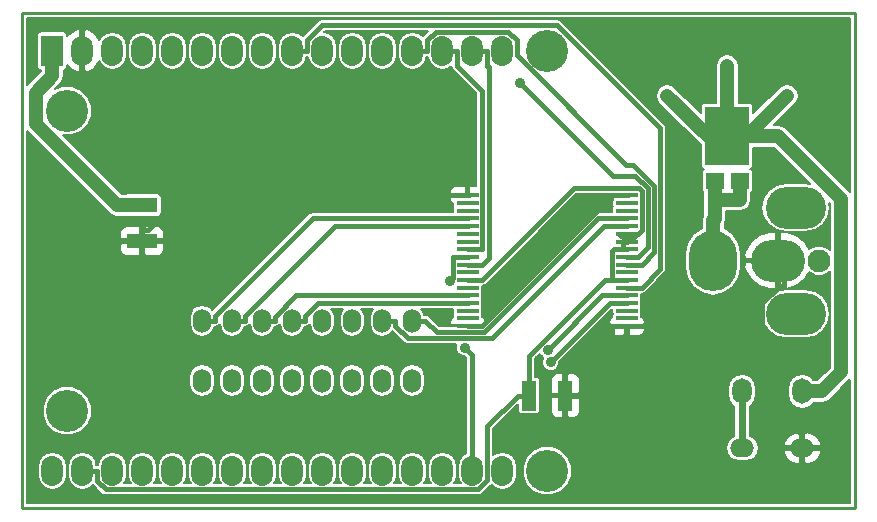
<source format=gbl>
G04 #@! TF.GenerationSoftware,KiCad,Pcbnew,no-vcs-found-0e71686~58~ubuntu16.04.1*
G04 #@! TF.CreationDate,2017-06-07T16:05:21-04:00*
G04 #@! TF.ProjectId,power_switch_controller_3x2,706F7765725F7377697463685F636F6E,1.0*
G04 #@! TF.FileFunction,Copper,L2,Bot,Signal*
G04 #@! TF.FilePolarity,Positive*
%FSLAX46Y46*%
G04 Gerber Fmt 4.6, Leading zero omitted, Abs format (unit mm)*
G04 Created by KiCad (PCBNEW no-vcs-found-0e71686~58~ubuntu16.04.1) date Wed Jun  7 16:05:21 2017*
%MOMM*%
%LPD*%
G01*
G04 APERTURE LIST*
%ADD10C,0.100000*%
%ADD11C,0.228600*%
%ADD12C,3.556000*%
%ADD13O,1.854200X2.540000*%
%ADD14R,1.854200X2.540000*%
%ADD15R,2.540000X1.270000*%
%ADD16R,1.270000X2.540000*%
%ADD17R,3.800000X4.960000*%
%ADD18R,1.600000X1.440000*%
%ADD19O,2.032000X1.524000*%
%ADD20O,1.524000X2.032000*%
%ADD21C,1.930400*%
%ADD22O,4.572000X3.556000*%
%ADD23O,4.064000X5.080000*%
%ADD24O,5.080000X3.556000*%
%ADD25O,1.651000X2.159000*%
%ADD26R,1.830000X0.450000*%
%ADD27C,0.889000*%
%ADD28C,1.219200*%
%ADD29C,0.406400*%
%ADD30C,0.609600*%
%ADD31C,0.203200*%
G04 APERTURE END LIST*
D10*
D11*
X156210000Y-67945000D02*
X85725000Y-67945000D01*
X156210000Y-109855000D02*
X156210000Y-67945000D01*
X85725000Y-109855000D02*
X156210000Y-109855000D01*
X85725000Y-67945000D02*
X85725000Y-109855000D01*
D12*
X130175000Y-71120000D03*
X130175000Y-106680000D03*
X89535000Y-101600000D03*
X89535000Y-76200000D03*
D13*
X88265000Y-106680000D03*
X90805000Y-106680000D03*
X93345000Y-106680000D03*
X95885000Y-106680000D03*
X98425000Y-106680000D03*
X100965000Y-106680000D03*
X103505000Y-106680000D03*
X106045000Y-106680000D03*
X108585000Y-106680000D03*
X111125000Y-106680000D03*
X113665000Y-106680000D03*
X116205000Y-106680000D03*
X118745000Y-106680000D03*
X121285000Y-106680000D03*
X123825000Y-106680000D03*
X126365000Y-106680000D03*
X126365000Y-71120000D03*
X123825000Y-71120000D03*
X121285000Y-71120000D03*
X118745000Y-71120000D03*
X116205000Y-71120000D03*
X113665000Y-71120000D03*
X111125000Y-71120000D03*
X108585000Y-71120000D03*
X106045000Y-71120000D03*
X103505000Y-71120000D03*
X100965000Y-71120000D03*
X98425000Y-71120000D03*
X95885000Y-71120000D03*
D14*
X88265000Y-71120000D03*
D13*
X93345000Y-71120000D03*
X90805000Y-71120000D03*
D15*
X95885000Y-84201000D03*
X95885000Y-87249000D03*
D16*
X131699000Y-100330000D03*
X128651000Y-100330000D03*
D17*
X145415000Y-78355000D03*
D18*
X144350000Y-82155000D03*
X146480000Y-82155000D03*
D19*
X146685000Y-104775000D03*
X151765000Y-104775000D03*
D20*
X118745000Y-93980000D03*
X118745000Y-99060000D03*
X116205000Y-99060000D03*
X116205000Y-93980000D03*
X113665000Y-93980000D03*
X113665000Y-99060000D03*
X111125000Y-99060000D03*
X111125000Y-93980000D03*
X108585000Y-93980000D03*
X108585000Y-99060000D03*
X106045000Y-99060000D03*
X106045000Y-93980000D03*
X103505000Y-93980000D03*
X103505000Y-99060000D03*
X100965000Y-99060000D03*
X100965000Y-93980000D03*
D21*
X153212800Y-88900000D03*
D22*
X149707600Y-88900000D03*
D23*
X144221200Y-88900000D03*
D24*
X151206200Y-84404200D03*
X151206200Y-93395800D03*
D25*
X151765000Y-99974400D03*
X146685000Y-99974400D03*
D26*
X136915000Y-83375000D03*
X136915000Y-84025000D03*
X136915000Y-84675000D03*
X136915000Y-85325000D03*
X136915000Y-85975000D03*
X136915000Y-86625000D03*
X136915000Y-87275000D03*
X136915000Y-87925000D03*
X136915000Y-88575000D03*
X136915000Y-89225000D03*
X136915000Y-89875000D03*
X136915000Y-90525000D03*
X136915000Y-91175000D03*
X136915000Y-91825000D03*
X136915000Y-92475000D03*
X136915000Y-93125000D03*
X136915000Y-93775000D03*
X136915000Y-94425000D03*
X123435000Y-94425000D03*
X123435000Y-93775000D03*
X123435000Y-93125000D03*
X123435000Y-92475000D03*
X123435000Y-91825000D03*
X123435000Y-91175000D03*
X123435000Y-90525000D03*
X123435000Y-89875000D03*
X123435000Y-89225000D03*
X123435000Y-88575000D03*
X123435000Y-87925000D03*
X123435000Y-87275000D03*
X123435000Y-86625000D03*
X123435000Y-85975000D03*
X123435000Y-85325000D03*
X123435000Y-84675000D03*
X123435000Y-84025000D03*
X123435000Y-83375000D03*
D27*
X150495000Y-74930000D03*
X140335000Y-74930000D03*
X145415000Y-72390000D03*
X135407400Y-83697800D03*
X121971100Y-90610900D03*
X123177200Y-96253400D03*
X127873100Y-73826200D03*
X130208500Y-96459500D03*
X130458500Y-97516000D03*
D28*
X145415000Y-78355000D02*
X147070000Y-78355000D01*
X147070000Y-78355000D02*
X150495000Y-74930000D01*
X145415000Y-78355000D02*
X143760000Y-78355000D01*
X143760000Y-78355000D02*
X140335000Y-74930000D01*
X145415000Y-78355000D02*
X145415000Y-72390000D01*
X86859300Y-77309200D02*
X93751100Y-84201000D01*
X86859300Y-74659600D02*
X86859300Y-77309200D01*
X88265000Y-73253900D02*
X86859300Y-74659600D01*
X88265000Y-71120000D02*
X88265000Y-73253900D01*
X95885000Y-84201000D02*
X93751100Y-84201000D01*
X149749100Y-78355000D02*
X145415000Y-78355000D01*
X155072600Y-83678500D02*
X149749100Y-78355000D01*
X155072600Y-98356200D02*
X155072600Y-83678500D01*
X153454400Y-99974400D02*
X155072600Y-98356200D01*
X151765000Y-99974400D02*
X153454400Y-99974400D01*
D29*
X135669800Y-97324400D02*
X132664200Y-100330000D01*
X135669800Y-94425000D02*
X135669800Y-97324400D01*
X136915000Y-94425000D02*
X135669800Y-94425000D01*
X131699000Y-100330000D02*
X132664200Y-100330000D01*
X136915000Y-94425000D02*
X138160200Y-94425000D01*
X150215600Y-88900000D02*
X150215600Y-91008200D01*
X151765000Y-104775000D02*
X151765000Y-103682800D01*
X148360900Y-94425000D02*
X138160200Y-94425000D01*
X148360900Y-92515000D02*
X148360900Y-94425000D01*
X149867700Y-91008200D02*
X148360900Y-92515000D01*
X150215600Y-91008200D02*
X149867700Y-91008200D01*
X148360900Y-100278700D02*
X151765000Y-103682800D01*
X148360900Y-94425000D02*
X148360900Y-100278700D01*
X95885000Y-87249000D02*
X95885000Y-86283800D01*
X90805000Y-71120000D02*
X90805000Y-72720200D01*
X100363000Y-82278100D02*
X90805000Y-72720200D01*
X100719600Y-82278100D02*
X100363000Y-82278100D01*
X101816500Y-83375000D02*
X100719600Y-82278100D01*
X123435000Y-83375000D02*
X101816500Y-83375000D01*
X96357300Y-86283800D02*
X95885000Y-86283800D01*
X100363000Y-82278100D02*
X96357300Y-86283800D01*
X123435000Y-94425000D02*
X124680200Y-94425000D01*
X136915000Y-83375000D02*
X135669800Y-83375000D01*
X124680200Y-94425000D02*
X135407400Y-83697800D01*
X135669800Y-83435400D02*
X135669800Y-83375000D01*
X135407400Y-83697800D02*
X135669800Y-83435400D01*
X135669800Y-88064700D02*
X135669800Y-90525000D01*
X135809500Y-87925000D02*
X135669800Y-88064700D01*
X136915000Y-90525000D02*
X135669800Y-90525000D01*
X136915000Y-86625000D02*
X136292400Y-86625000D01*
X123435000Y-90525000D02*
X124680200Y-90525000D01*
X136603700Y-87275000D02*
X136603700Y-87925000D01*
X136915000Y-87925000D02*
X136603700Y-87925000D01*
X136603700Y-87925000D02*
X135809500Y-87925000D01*
X136915000Y-87275000D02*
X136603700Y-87275000D01*
X136915000Y-87010000D02*
X136915000Y-87275000D01*
X137478100Y-87010000D02*
X136915000Y-87010000D01*
X138160100Y-86328000D02*
X137478100Y-87010000D01*
X138160100Y-82977200D02*
X138160100Y-86328000D01*
X137961800Y-82778900D02*
X138160100Y-82977200D01*
X132426300Y-82778900D02*
X137961800Y-82778900D01*
X124680200Y-90525000D02*
X132426300Y-82778900D01*
X136677400Y-87010000D02*
X136292400Y-86625000D01*
X136915000Y-87010000D02*
X136677400Y-87010000D01*
X90805000Y-106680000D02*
X92062300Y-106680000D01*
X92062300Y-107543900D02*
X92062300Y-106680000D01*
X92778400Y-108260000D02*
X92062300Y-107543900D01*
X124331900Y-108260000D02*
X92778400Y-108260000D01*
X125095000Y-107496900D02*
X124331900Y-108260000D01*
X125095000Y-102920800D02*
X125095000Y-107496900D01*
X127685800Y-100330000D02*
X125095000Y-102920800D01*
X128651000Y-100330000D02*
X127685800Y-100330000D01*
X128651000Y-96956900D02*
X128651000Y-100330000D01*
X135082900Y-90525000D02*
X128651000Y-96956900D01*
X135669800Y-90525000D02*
X135082900Y-90525000D01*
D28*
X144350000Y-82155000D02*
X144350000Y-83738900D01*
X144350000Y-83738900D02*
X146480000Y-83738900D01*
X144350000Y-85367300D02*
X144350000Y-83738900D01*
X144221200Y-85496100D02*
X144350000Y-85367300D01*
X144221200Y-88900000D02*
X144221200Y-85496100D01*
X146480000Y-82155000D02*
X146480000Y-83738900D01*
D30*
X146685000Y-99974400D02*
X146685000Y-104775000D01*
D29*
X134499200Y-85325000D02*
X136915000Y-85325000D01*
X124856400Y-94967800D02*
X134499200Y-85325000D01*
X120825000Y-94967800D02*
X124856400Y-94967800D01*
X119837200Y-93980000D02*
X120825000Y-94967800D01*
X118745000Y-93980000D02*
X119837200Y-93980000D01*
X123825000Y-96901200D02*
X123177200Y-96253400D01*
X123825000Y-106680000D02*
X123825000Y-96901200D01*
X122189800Y-90392200D02*
X121971100Y-90610900D01*
X122189800Y-88575000D02*
X122189800Y-90392200D01*
X123435000Y-88575000D02*
X122189800Y-88575000D01*
X125202800Y-88702400D02*
X124680200Y-89225000D01*
X125202800Y-72497800D02*
X125202800Y-88702400D01*
X125082300Y-72377300D02*
X125202800Y-72497800D01*
X125082300Y-71120000D02*
X125082300Y-72377300D01*
X123825000Y-71120000D02*
X125082300Y-71120000D01*
X123435000Y-89225000D02*
X124680200Y-89225000D01*
X122542300Y-72377300D02*
X122542300Y-71120000D01*
X124680200Y-74515200D02*
X122542300Y-72377300D01*
X124680200Y-87925000D02*
X124680200Y-74515200D01*
X123435000Y-87925000D02*
X124680200Y-87925000D01*
X121285000Y-71120000D02*
X122542300Y-71120000D01*
X139215500Y-88169700D02*
X138160200Y-89225000D01*
X139215500Y-82554100D02*
X139215500Y-88169700D01*
X137438400Y-80777000D02*
X139215500Y-82554100D01*
X136858800Y-80777000D02*
X137438400Y-80777000D01*
X127597300Y-71515500D02*
X136858800Y-80777000D01*
X127597300Y-70223500D02*
X127597300Y-71515500D01*
X126893300Y-69519500D02*
X127597300Y-70223500D01*
X120738400Y-69519500D02*
X126893300Y-69519500D01*
X120002300Y-70255600D02*
X120738400Y-69519500D01*
X120002300Y-71120000D02*
X120002300Y-70255600D01*
X118745000Y-71120000D02*
X120002300Y-71120000D01*
X136915000Y-89225000D02*
X138160200Y-89225000D01*
X136915000Y-91175000D02*
X138160200Y-91175000D01*
X108585000Y-71120000D02*
X109842300Y-71120000D01*
X109842300Y-70255500D02*
X109842300Y-71120000D01*
X111115300Y-68982500D02*
X109842300Y-70255500D01*
X131001200Y-68982500D02*
X111115300Y-68982500D01*
X139723900Y-77705200D02*
X131001200Y-68982500D01*
X139723900Y-89611300D02*
X139723900Y-77705200D01*
X138160200Y-91175000D02*
X139723900Y-89611300D01*
X135782000Y-81735100D02*
X127873100Y-73826200D01*
X137637300Y-81735100D02*
X135782000Y-81735100D01*
X138668500Y-82766300D02*
X137637300Y-81735100D01*
X138668500Y-87762000D02*
X138668500Y-82766300D01*
X137855500Y-88575000D02*
X138668500Y-87762000D01*
X136915000Y-88575000D02*
X137855500Y-88575000D01*
X135011600Y-85975000D02*
X136915000Y-85975000D01*
X125510400Y-95476200D02*
X135011600Y-85975000D01*
X118383800Y-95476200D02*
X125510400Y-95476200D01*
X117297200Y-94389600D02*
X118383800Y-95476200D01*
X117297200Y-93980000D02*
X117297200Y-94389600D01*
X116205000Y-93980000D02*
X117297200Y-93980000D01*
X134843000Y-91825000D02*
X130208500Y-96459500D01*
X136915000Y-91825000D02*
X134843000Y-91825000D01*
X135499500Y-92475000D02*
X130458500Y-97516000D01*
X136915000Y-92475000D02*
X135499500Y-92475000D01*
X110772600Y-92475000D02*
X123435000Y-92475000D01*
X109677200Y-93570400D02*
X110772600Y-92475000D01*
X109677200Y-93980000D02*
X109677200Y-93570400D01*
X108585000Y-93980000D02*
X109677200Y-93980000D01*
X106045000Y-93980000D02*
X107137200Y-93980000D01*
X107137200Y-93626700D02*
X107137200Y-93980000D01*
X108938900Y-91825000D02*
X107137200Y-93626700D01*
X122189800Y-91825000D02*
X108938900Y-91825000D01*
X123435000Y-91825000D02*
X122189800Y-91825000D01*
X112192600Y-85975000D02*
X123435000Y-85975000D01*
X104597200Y-93570400D02*
X112192600Y-85975000D01*
X104597200Y-93980000D02*
X104597200Y-93570400D01*
X103505000Y-93980000D02*
X104597200Y-93980000D01*
X110302600Y-85325000D02*
X123435000Y-85325000D01*
X102057200Y-93570400D02*
X110302600Y-85325000D01*
X102057200Y-93980000D02*
X102057200Y-93570400D01*
X100965000Y-93980000D02*
X102057200Y-93980000D01*
D31*
G36*
X155790900Y-83049579D02*
X155755100Y-82996001D01*
X150431599Y-77672501D01*
X150118466Y-77463271D01*
X149749100Y-77389800D01*
X149400198Y-77389800D01*
X151177499Y-75612500D01*
X151386729Y-75299367D01*
X151460199Y-74930000D01*
X151386729Y-74560634D01*
X151177499Y-74247501D01*
X150864366Y-74038271D01*
X150495000Y-73964801D01*
X150125633Y-74038271D01*
X149812500Y-74247501D01*
X147625771Y-76434231D01*
X147625771Y-75875000D01*
X147602115Y-75756073D01*
X147534748Y-75655252D01*
X147433927Y-75587885D01*
X147315000Y-75564229D01*
X146380200Y-75564229D01*
X146380200Y-72390000D01*
X146306729Y-72020634D01*
X146097499Y-71707501D01*
X145784366Y-71498271D01*
X145415000Y-71424800D01*
X145045634Y-71498271D01*
X144732501Y-71707501D01*
X144523271Y-72020634D01*
X144449800Y-72390000D01*
X144449800Y-75564229D01*
X143515000Y-75564229D01*
X143396073Y-75587885D01*
X143295252Y-75655252D01*
X143227885Y-75756073D01*
X143204229Y-75875000D01*
X143204229Y-76434230D01*
X141017499Y-74247501D01*
X140704366Y-74038271D01*
X140335000Y-73964801D01*
X139965634Y-74038271D01*
X139652501Y-74247501D01*
X139443271Y-74560634D01*
X139369801Y-74930000D01*
X139443271Y-75299366D01*
X139652501Y-75612499D01*
X143077500Y-79037499D01*
X143204229Y-79122177D01*
X143204229Y-80835000D01*
X143227885Y-80953927D01*
X143295252Y-81054748D01*
X143396073Y-81122115D01*
X143478350Y-81138481D01*
X143431073Y-81147885D01*
X143330252Y-81215252D01*
X143262885Y-81316073D01*
X143239229Y-81435000D01*
X143239229Y-82875000D01*
X143262885Y-82993927D01*
X143330252Y-83094748D01*
X143384800Y-83131196D01*
X143384800Y-85043929D01*
X143329471Y-85126734D01*
X143256000Y-85496100D01*
X143256000Y-86163832D01*
X142532912Y-86646984D01*
X142015345Y-87421577D01*
X141833600Y-88335272D01*
X141833600Y-89464728D01*
X142015345Y-90378423D01*
X142532912Y-91153016D01*
X143307505Y-91670583D01*
X144221200Y-91852328D01*
X145134895Y-91670583D01*
X145909488Y-91153016D01*
X146427055Y-90378423D01*
X146608800Y-89464728D01*
X146608800Y-89423265D01*
X146870045Y-89423265D01*
X146935425Y-89672896D01*
X147403549Y-90480525D01*
X148145106Y-91047534D01*
X149047200Y-91287600D01*
X149555200Y-91287600D01*
X149555200Y-89052400D01*
X146969602Y-89052400D01*
X146870045Y-89423265D01*
X146608800Y-89423265D01*
X146608800Y-88376735D01*
X146870045Y-88376735D01*
X146969602Y-88747600D01*
X149555200Y-88747600D01*
X149555200Y-86512400D01*
X149047200Y-86512400D01*
X148145106Y-86752466D01*
X147403549Y-87319475D01*
X146935425Y-88127104D01*
X146870045Y-88376735D01*
X146608800Y-88376735D01*
X146608800Y-88335272D01*
X146427055Y-87421577D01*
X145909488Y-86646984D01*
X145186400Y-86163832D01*
X145186400Y-85819472D01*
X145241729Y-85736666D01*
X145315200Y-85367300D01*
X145315200Y-84704100D01*
X146480000Y-84704100D01*
X146849366Y-84630629D01*
X147162499Y-84421399D01*
X147371729Y-84108266D01*
X147445200Y-83738900D01*
X147445200Y-83131196D01*
X147499748Y-83094748D01*
X147567115Y-82993927D01*
X147590771Y-82875000D01*
X147590771Y-81435000D01*
X147567115Y-81316073D01*
X147499748Y-81215252D01*
X147398927Y-81147885D01*
X147351650Y-81138481D01*
X147433927Y-81122115D01*
X147534748Y-81054748D01*
X147602115Y-80953927D01*
X147625771Y-80835000D01*
X147625771Y-79320200D01*
X149349302Y-79320200D01*
X152431589Y-82402488D01*
X152023933Y-82321400D01*
X150388467Y-82321400D01*
X149591414Y-82479944D01*
X148915705Y-82931438D01*
X148464211Y-83607147D01*
X148305667Y-84404200D01*
X148464211Y-85201253D01*
X148915705Y-85876962D01*
X149591414Y-86328456D01*
X150388467Y-86487000D01*
X152023933Y-86487000D01*
X152820986Y-86328456D01*
X153496695Y-85876962D01*
X153948189Y-85201253D01*
X154106733Y-84404200D01*
X154025645Y-83996544D01*
X154107400Y-84078299D01*
X154107400Y-87998541D01*
X153933137Y-87823974D01*
X153466527Y-87630221D01*
X152961290Y-87629780D01*
X152494342Y-87822718D01*
X152373352Y-87943498D01*
X152011651Y-87319475D01*
X151270094Y-86752466D01*
X150368000Y-86512400D01*
X149860000Y-86512400D01*
X149860000Y-88747600D01*
X149880000Y-88747600D01*
X149880000Y-89052400D01*
X149860000Y-89052400D01*
X149860000Y-91287600D01*
X150368000Y-91287600D01*
X151270094Y-91047534D01*
X152011651Y-90480525D01*
X152373277Y-89856632D01*
X152492463Y-89976026D01*
X152959073Y-90169779D01*
X153464310Y-90170220D01*
X153931258Y-89977282D01*
X154107400Y-89801447D01*
X154107400Y-97956401D01*
X153054602Y-99009200D01*
X152701780Y-99009200D01*
X152600164Y-98857121D01*
X152216987Y-98601091D01*
X151765000Y-98511185D01*
X151313013Y-98601091D01*
X150929836Y-98857121D01*
X150673806Y-99240298D01*
X150583900Y-99692285D01*
X150583900Y-100256515D01*
X150673806Y-100708502D01*
X150929836Y-101091679D01*
X151313013Y-101347709D01*
X151765000Y-101437615D01*
X152216987Y-101347709D01*
X152600164Y-101091679D01*
X152701780Y-100939600D01*
X153454400Y-100939600D01*
X153823766Y-100866129D01*
X154136899Y-100656899D01*
X155755099Y-99038700D01*
X155790900Y-98985120D01*
X155790900Y-109435900D01*
X86144100Y-109435900D01*
X86144100Y-106306248D01*
X87033100Y-106306248D01*
X87033100Y-107053752D01*
X87126873Y-107525180D01*
X87393915Y-107924837D01*
X87793572Y-108191879D01*
X88265000Y-108285652D01*
X88736428Y-108191879D01*
X89136085Y-107924837D01*
X89403127Y-107525180D01*
X89496900Y-107053752D01*
X89496900Y-106306248D01*
X89573100Y-106306248D01*
X89573100Y-107053752D01*
X89666873Y-107525180D01*
X89933915Y-107924837D01*
X90333572Y-108191879D01*
X90805000Y-108285652D01*
X91276428Y-108191879D01*
X91676085Y-107924837D01*
X91696846Y-107893766D01*
X91703090Y-107903110D01*
X92419190Y-108619210D01*
X92583996Y-108729331D01*
X92616250Y-108735746D01*
X92778400Y-108768000D01*
X124331900Y-108768000D01*
X124526303Y-108729331D01*
X124691110Y-108619210D01*
X125450484Y-107859837D01*
X125493915Y-107924837D01*
X125893572Y-108191879D01*
X126365000Y-108285652D01*
X126836428Y-108191879D01*
X127236085Y-107924837D01*
X127503127Y-107525180D01*
X127589197Y-107092477D01*
X128091840Y-107092477D01*
X128408259Y-107858270D01*
X128993648Y-108444682D01*
X129758888Y-108762437D01*
X130587477Y-108763160D01*
X131353270Y-108446741D01*
X131939682Y-107861352D01*
X132257437Y-107096112D01*
X132258160Y-106267523D01*
X131941741Y-105501730D01*
X131356352Y-104915318D01*
X131018429Y-104775000D01*
X145286529Y-104775000D01*
X145371601Y-105202687D01*
X145613866Y-105565263D01*
X145976442Y-105807528D01*
X146404129Y-105892600D01*
X146965871Y-105892600D01*
X147393558Y-105807528D01*
X147756134Y-105565263D01*
X147998399Y-105202687D01*
X148011114Y-105138761D01*
X150188516Y-105138761D01*
X150195546Y-105195299D01*
X150456520Y-105666708D01*
X150878030Y-106002363D01*
X151395904Y-106151163D01*
X151612600Y-105999825D01*
X151612600Y-104927400D01*
X151917400Y-104927400D01*
X151917400Y-105999825D01*
X152134096Y-106151163D01*
X152651970Y-106002363D01*
X153073480Y-105666708D01*
X153334454Y-105195299D01*
X153341484Y-105138761D01*
X153228637Y-104927400D01*
X151917400Y-104927400D01*
X151612600Y-104927400D01*
X150301363Y-104927400D01*
X150188516Y-105138761D01*
X148011114Y-105138761D01*
X148083471Y-104775000D01*
X148011115Y-104411239D01*
X150188516Y-104411239D01*
X150301363Y-104622600D01*
X151612600Y-104622600D01*
X151612600Y-103550175D01*
X151917400Y-103550175D01*
X151917400Y-104622600D01*
X153228637Y-104622600D01*
X153341484Y-104411239D01*
X153334454Y-104354701D01*
X153073480Y-103883292D01*
X152651970Y-103547637D01*
X152134096Y-103398837D01*
X151917400Y-103550175D01*
X151612600Y-103550175D01*
X151395904Y-103398837D01*
X150878030Y-103547637D01*
X150456520Y-103883292D01*
X150195546Y-104354701D01*
X150188516Y-104411239D01*
X148011115Y-104411239D01*
X147998399Y-104347313D01*
X147756134Y-103984737D01*
X147393558Y-103742472D01*
X147345400Y-103732893D01*
X147345400Y-101208452D01*
X147520164Y-101091679D01*
X147776194Y-100708502D01*
X147866100Y-100256515D01*
X147866100Y-99692285D01*
X147776194Y-99240298D01*
X147520164Y-98857121D01*
X147136987Y-98601091D01*
X146685000Y-98511185D01*
X146233013Y-98601091D01*
X145849836Y-98857121D01*
X145593806Y-99240298D01*
X145503900Y-99692285D01*
X145503900Y-100256515D01*
X145593806Y-100708502D01*
X145849836Y-101091679D01*
X146024600Y-101208452D01*
X146024600Y-103732893D01*
X145976442Y-103742472D01*
X145613866Y-103984737D01*
X145371601Y-104347313D01*
X145286529Y-104775000D01*
X131018429Y-104775000D01*
X130591112Y-104597563D01*
X129762523Y-104596840D01*
X128996730Y-104913259D01*
X128410318Y-105498648D01*
X128092563Y-106263888D01*
X128091840Y-107092477D01*
X127589197Y-107092477D01*
X127596900Y-107053752D01*
X127596900Y-106306248D01*
X127503127Y-105834820D01*
X127236085Y-105435163D01*
X126836428Y-105168121D01*
X126365000Y-105074348D01*
X125893572Y-105168121D01*
X125603000Y-105362275D01*
X125603000Y-103131220D01*
X127705229Y-101028992D01*
X127705229Y-101600000D01*
X127728885Y-101718927D01*
X127796252Y-101819748D01*
X127897073Y-101887115D01*
X128016000Y-101910771D01*
X129286000Y-101910771D01*
X129404927Y-101887115D01*
X129505748Y-101819748D01*
X129573115Y-101718927D01*
X129596771Y-101600000D01*
X129596771Y-100634800D01*
X130454400Y-100634800D01*
X130454400Y-101721257D01*
X130547206Y-101945311D01*
X130718689Y-102116794D01*
X130942743Y-102209600D01*
X131394200Y-102209600D01*
X131546600Y-102057200D01*
X131546600Y-100482400D01*
X131851400Y-100482400D01*
X131851400Y-102057200D01*
X132003800Y-102209600D01*
X132455257Y-102209600D01*
X132679311Y-102116794D01*
X132850794Y-101945311D01*
X132943600Y-101721257D01*
X132943600Y-100634800D01*
X132791200Y-100482400D01*
X131851400Y-100482400D01*
X131546600Y-100482400D01*
X130606800Y-100482400D01*
X130454400Y-100634800D01*
X129596771Y-100634800D01*
X129596771Y-99060000D01*
X129573115Y-98941073D01*
X129571559Y-98938743D01*
X130454400Y-98938743D01*
X130454400Y-100025200D01*
X130606800Y-100177600D01*
X131546600Y-100177600D01*
X131546600Y-98602800D01*
X131851400Y-98602800D01*
X131851400Y-100177600D01*
X132791200Y-100177600D01*
X132943600Y-100025200D01*
X132943600Y-98938743D01*
X132850794Y-98714689D01*
X132679311Y-98543206D01*
X132455257Y-98450400D01*
X132003800Y-98450400D01*
X131851400Y-98602800D01*
X131546600Y-98602800D01*
X131394200Y-98450400D01*
X130942743Y-98450400D01*
X130718689Y-98543206D01*
X130547206Y-98714689D01*
X130454400Y-98938743D01*
X129571559Y-98938743D01*
X129505748Y-98840252D01*
X129404927Y-98772885D01*
X129286000Y-98749229D01*
X129159000Y-98749229D01*
X129159000Y-97167320D01*
X129534902Y-96791418D01*
X129572904Y-96883390D01*
X129783501Y-97094356D01*
X129816552Y-97108080D01*
X129709330Y-97366301D01*
X129709070Y-97664391D01*
X129822904Y-97939890D01*
X130033501Y-98150856D01*
X130308801Y-98265170D01*
X130606891Y-98265430D01*
X130882390Y-98151596D01*
X131093356Y-97940999D01*
X131207670Y-97665699D01*
X131207828Y-97485093D01*
X134003021Y-94689900D01*
X135390400Y-94689900D01*
X135390400Y-94771257D01*
X135483206Y-94995311D01*
X135654689Y-95166794D01*
X135878743Y-95259600D01*
X136610200Y-95259600D01*
X136762600Y-95107200D01*
X136762600Y-94537500D01*
X137067400Y-94537500D01*
X137067400Y-95107200D01*
X137219800Y-95259600D01*
X137951257Y-95259600D01*
X138175311Y-95166794D01*
X138346794Y-94995311D01*
X138439600Y-94771257D01*
X138439600Y-94689900D01*
X138287200Y-94537500D01*
X137067400Y-94537500D01*
X136762600Y-94537500D01*
X135542800Y-94537500D01*
X135390400Y-94689900D01*
X134003021Y-94689900D01*
X135689229Y-93003692D01*
X135689229Y-93350000D01*
X135709120Y-93450000D01*
X135689229Y-93550000D01*
X135689229Y-93668899D01*
X135654689Y-93683206D01*
X135483206Y-93854689D01*
X135390400Y-94078743D01*
X135390400Y-94160100D01*
X135542800Y-94312500D01*
X136762600Y-94312500D01*
X136762600Y-94310771D01*
X137067400Y-94310771D01*
X137067400Y-94312500D01*
X138287200Y-94312500D01*
X138439600Y-94160100D01*
X138439600Y-94078743D01*
X138346794Y-93854689D01*
X138175311Y-93683206D01*
X138140771Y-93668899D01*
X138140771Y-93550000D01*
X138120880Y-93450000D01*
X138131660Y-93395800D01*
X148305667Y-93395800D01*
X148464211Y-94192853D01*
X148915705Y-94868562D01*
X149591414Y-95320056D01*
X150388467Y-95478600D01*
X152023933Y-95478600D01*
X152820986Y-95320056D01*
X153496695Y-94868562D01*
X153948189Y-94192853D01*
X154106733Y-93395800D01*
X153948189Y-92598747D01*
X153496695Y-91923038D01*
X152820986Y-91471544D01*
X152023933Y-91313000D01*
X150388467Y-91313000D01*
X149591414Y-91471544D01*
X148915705Y-91923038D01*
X148464211Y-92598747D01*
X148305667Y-93395800D01*
X138131660Y-93395800D01*
X138140771Y-93350000D01*
X138140771Y-92900000D01*
X138120880Y-92800000D01*
X138140771Y-92700000D01*
X138140771Y-92250000D01*
X138120880Y-92150000D01*
X138140771Y-92050000D01*
X138140771Y-91683000D01*
X138160200Y-91683000D01*
X138354603Y-91644331D01*
X138519410Y-91534210D01*
X140083110Y-89970510D01*
X140193231Y-89805703D01*
X140231900Y-89611300D01*
X140231900Y-77705200D01*
X140193231Y-77510797D01*
X140083110Y-77345990D01*
X131360410Y-68623290D01*
X131195603Y-68513169D01*
X131001200Y-68474500D01*
X111115300Y-68474500D01*
X110920897Y-68513169D01*
X110756090Y-68623290D01*
X109483090Y-69896290D01*
X109476646Y-69905934D01*
X109456085Y-69875163D01*
X109056428Y-69608121D01*
X108585000Y-69514348D01*
X108113572Y-69608121D01*
X107713915Y-69875163D01*
X107446873Y-70274820D01*
X107353100Y-70746248D01*
X107353100Y-71493752D01*
X107446873Y-71965180D01*
X107713915Y-72364837D01*
X108113572Y-72631879D01*
X108585000Y-72725652D01*
X109056428Y-72631879D01*
X109456085Y-72364837D01*
X109723127Y-71965180D01*
X109790196Y-71628000D01*
X109842300Y-71628000D01*
X109916854Y-71613170D01*
X109986873Y-71965180D01*
X110253915Y-72364837D01*
X110653572Y-72631879D01*
X111125000Y-72725652D01*
X111596428Y-72631879D01*
X111996085Y-72364837D01*
X112263127Y-71965180D01*
X112356900Y-71493752D01*
X112356900Y-70746248D01*
X112433100Y-70746248D01*
X112433100Y-71493752D01*
X112526873Y-71965180D01*
X112793915Y-72364837D01*
X113193572Y-72631879D01*
X113665000Y-72725652D01*
X114136428Y-72631879D01*
X114536085Y-72364837D01*
X114803127Y-71965180D01*
X114896900Y-71493752D01*
X114896900Y-70746248D01*
X114973100Y-70746248D01*
X114973100Y-71493752D01*
X115066873Y-71965180D01*
X115333915Y-72364837D01*
X115733572Y-72631879D01*
X116205000Y-72725652D01*
X116676428Y-72631879D01*
X117076085Y-72364837D01*
X117343127Y-71965180D01*
X117436900Y-71493752D01*
X117436900Y-70746248D01*
X117343127Y-70274820D01*
X117076085Y-69875163D01*
X116676428Y-69608121D01*
X116205000Y-69514348D01*
X115733572Y-69608121D01*
X115333915Y-69875163D01*
X115066873Y-70274820D01*
X114973100Y-70746248D01*
X114896900Y-70746248D01*
X114803127Y-70274820D01*
X114536085Y-69875163D01*
X114136428Y-69608121D01*
X113665000Y-69514348D01*
X113193572Y-69608121D01*
X112793915Y-69875163D01*
X112526873Y-70274820D01*
X112433100Y-70746248D01*
X112356900Y-70746248D01*
X112263127Y-70274820D01*
X111996085Y-69875163D01*
X111596428Y-69608121D01*
X111272527Y-69543693D01*
X111325720Y-69490500D01*
X120048979Y-69490500D01*
X119643090Y-69896390D01*
X119636679Y-69905984D01*
X119616085Y-69875163D01*
X119216428Y-69608121D01*
X118745000Y-69514348D01*
X118273572Y-69608121D01*
X117873915Y-69875163D01*
X117606873Y-70274820D01*
X117513100Y-70746248D01*
X117513100Y-71493752D01*
X117606873Y-71965180D01*
X117873915Y-72364837D01*
X118273572Y-72631879D01*
X118745000Y-72725652D01*
X119216428Y-72631879D01*
X119616085Y-72364837D01*
X119883127Y-71965180D01*
X119950196Y-71628000D01*
X120002300Y-71628000D01*
X120076854Y-71613170D01*
X120146873Y-71965180D01*
X120413915Y-72364837D01*
X120813572Y-72631879D01*
X121285000Y-72725652D01*
X121756428Y-72631879D01*
X122046399Y-72438127D01*
X122072969Y-72571703D01*
X122183090Y-72736510D01*
X124172200Y-74725620D01*
X124172200Y-82540400D01*
X123739800Y-82540400D01*
X123587400Y-82692800D01*
X123587400Y-83262500D01*
X123607400Y-83262500D01*
X123607400Y-83487500D01*
X123587400Y-83487500D01*
X123587400Y-83489229D01*
X123282600Y-83489229D01*
X123282600Y-83487500D01*
X122062800Y-83487500D01*
X121910400Y-83639900D01*
X121910400Y-83721257D01*
X122003206Y-83945311D01*
X122174689Y-84116794D01*
X122209229Y-84131101D01*
X122209229Y-84250000D01*
X122229120Y-84350000D01*
X122209229Y-84450000D01*
X122209229Y-84817000D01*
X110302600Y-84817000D01*
X110108197Y-84855669D01*
X109943390Y-84965789D01*
X101817097Y-93092083D01*
X101719342Y-92945782D01*
X101373247Y-92714529D01*
X100965000Y-92633324D01*
X100556753Y-92714529D01*
X100210658Y-92945782D01*
X99979405Y-93291877D01*
X99898200Y-93700124D01*
X99898200Y-94259876D01*
X99979405Y-94668123D01*
X100210658Y-95014218D01*
X100556753Y-95245471D01*
X100965000Y-95326676D01*
X101373247Y-95245471D01*
X101719342Y-95014218D01*
X101950595Y-94668123D01*
X101986424Y-94488000D01*
X102057200Y-94488000D01*
X102251603Y-94449331D01*
X102416410Y-94339210D01*
X102445362Y-94295881D01*
X102519405Y-94668123D01*
X102750658Y-95014218D01*
X103096753Y-95245471D01*
X103505000Y-95326676D01*
X103913247Y-95245471D01*
X104259342Y-95014218D01*
X104490595Y-94668123D01*
X104526424Y-94488000D01*
X104597200Y-94488000D01*
X104791603Y-94449331D01*
X104956410Y-94339210D01*
X104985362Y-94295881D01*
X105059405Y-94668123D01*
X105290658Y-95014218D01*
X105636753Y-95245471D01*
X106045000Y-95326676D01*
X106453247Y-95245471D01*
X106799342Y-95014218D01*
X107030595Y-94668123D01*
X107066424Y-94488000D01*
X107137200Y-94488000D01*
X107331603Y-94449331D01*
X107496410Y-94339210D01*
X107525362Y-94295881D01*
X107599405Y-94668123D01*
X107830658Y-95014218D01*
X108176753Y-95245471D01*
X108585000Y-95326676D01*
X108993247Y-95245471D01*
X109339342Y-95014218D01*
X109570595Y-94668123D01*
X109606424Y-94488000D01*
X109677200Y-94488000D01*
X109871603Y-94449331D01*
X110036410Y-94339210D01*
X110065362Y-94295881D01*
X110139405Y-94668123D01*
X110370658Y-95014218D01*
X110716753Y-95245471D01*
X111125000Y-95326676D01*
X111533247Y-95245471D01*
X111879342Y-95014218D01*
X112110595Y-94668123D01*
X112191800Y-94259876D01*
X112191800Y-93700124D01*
X112110595Y-93291877D01*
X111904210Y-92983000D01*
X112885790Y-92983000D01*
X112679405Y-93291877D01*
X112598200Y-93700124D01*
X112598200Y-94259876D01*
X112679405Y-94668123D01*
X112910658Y-95014218D01*
X113256753Y-95245471D01*
X113665000Y-95326676D01*
X114073247Y-95245471D01*
X114419342Y-95014218D01*
X114650595Y-94668123D01*
X114731800Y-94259876D01*
X114731800Y-93700124D01*
X114650595Y-93291877D01*
X114444210Y-92983000D01*
X115425790Y-92983000D01*
X115219405Y-93291877D01*
X115138200Y-93700124D01*
X115138200Y-94259876D01*
X115219405Y-94668123D01*
X115450658Y-95014218D01*
X115796753Y-95245471D01*
X116205000Y-95326676D01*
X116613247Y-95245471D01*
X116959342Y-95014218D01*
X117057097Y-94867917D01*
X118024589Y-95835410D01*
X118112560Y-95894190D01*
X118189397Y-95945531D01*
X118383800Y-95984200D01*
X122477651Y-95984200D01*
X122428030Y-96103701D01*
X122427770Y-96401791D01*
X122541604Y-96677290D01*
X122752201Y-96888256D01*
X123027501Y-97002570D01*
X123208107Y-97002728D01*
X123317000Y-97111621D01*
X123317000Y-105192558D01*
X122953915Y-105435163D01*
X122686873Y-105834820D01*
X122593100Y-106306248D01*
X122593100Y-107053752D01*
X122686873Y-107525180D01*
X122838429Y-107752000D01*
X122271571Y-107752000D01*
X122423127Y-107525180D01*
X122516900Y-107053752D01*
X122516900Y-106306248D01*
X122423127Y-105834820D01*
X122156085Y-105435163D01*
X121756428Y-105168121D01*
X121285000Y-105074348D01*
X120813572Y-105168121D01*
X120413915Y-105435163D01*
X120146873Y-105834820D01*
X120053100Y-106306248D01*
X120053100Y-107053752D01*
X120146873Y-107525180D01*
X120298429Y-107752000D01*
X119731571Y-107752000D01*
X119883127Y-107525180D01*
X119976900Y-107053752D01*
X119976900Y-106306248D01*
X119883127Y-105834820D01*
X119616085Y-105435163D01*
X119216428Y-105168121D01*
X118745000Y-105074348D01*
X118273572Y-105168121D01*
X117873915Y-105435163D01*
X117606873Y-105834820D01*
X117513100Y-106306248D01*
X117513100Y-107053752D01*
X117606873Y-107525180D01*
X117758429Y-107752000D01*
X117191571Y-107752000D01*
X117343127Y-107525180D01*
X117436900Y-107053752D01*
X117436900Y-106306248D01*
X117343127Y-105834820D01*
X117076085Y-105435163D01*
X116676428Y-105168121D01*
X116205000Y-105074348D01*
X115733572Y-105168121D01*
X115333915Y-105435163D01*
X115066873Y-105834820D01*
X114973100Y-106306248D01*
X114973100Y-107053752D01*
X115066873Y-107525180D01*
X115218429Y-107752000D01*
X114651571Y-107752000D01*
X114803127Y-107525180D01*
X114896900Y-107053752D01*
X114896900Y-106306248D01*
X114803127Y-105834820D01*
X114536085Y-105435163D01*
X114136428Y-105168121D01*
X113665000Y-105074348D01*
X113193572Y-105168121D01*
X112793915Y-105435163D01*
X112526873Y-105834820D01*
X112433100Y-106306248D01*
X112433100Y-107053752D01*
X112526873Y-107525180D01*
X112678429Y-107752000D01*
X112111571Y-107752000D01*
X112263127Y-107525180D01*
X112356900Y-107053752D01*
X112356900Y-106306248D01*
X112263127Y-105834820D01*
X111996085Y-105435163D01*
X111596428Y-105168121D01*
X111125000Y-105074348D01*
X110653572Y-105168121D01*
X110253915Y-105435163D01*
X109986873Y-105834820D01*
X109893100Y-106306248D01*
X109893100Y-107053752D01*
X109986873Y-107525180D01*
X110138429Y-107752000D01*
X109571571Y-107752000D01*
X109723127Y-107525180D01*
X109816900Y-107053752D01*
X109816900Y-106306248D01*
X109723127Y-105834820D01*
X109456085Y-105435163D01*
X109056428Y-105168121D01*
X108585000Y-105074348D01*
X108113572Y-105168121D01*
X107713915Y-105435163D01*
X107446873Y-105834820D01*
X107353100Y-106306248D01*
X107353100Y-107053752D01*
X107446873Y-107525180D01*
X107598429Y-107752000D01*
X107031571Y-107752000D01*
X107183127Y-107525180D01*
X107276900Y-107053752D01*
X107276900Y-106306248D01*
X107183127Y-105834820D01*
X106916085Y-105435163D01*
X106516428Y-105168121D01*
X106045000Y-105074348D01*
X105573572Y-105168121D01*
X105173915Y-105435163D01*
X104906873Y-105834820D01*
X104813100Y-106306248D01*
X104813100Y-107053752D01*
X104906873Y-107525180D01*
X105058429Y-107752000D01*
X104491571Y-107752000D01*
X104643127Y-107525180D01*
X104736900Y-107053752D01*
X104736900Y-106306248D01*
X104643127Y-105834820D01*
X104376085Y-105435163D01*
X103976428Y-105168121D01*
X103505000Y-105074348D01*
X103033572Y-105168121D01*
X102633915Y-105435163D01*
X102366873Y-105834820D01*
X102273100Y-106306248D01*
X102273100Y-107053752D01*
X102366873Y-107525180D01*
X102518429Y-107752000D01*
X101951571Y-107752000D01*
X102103127Y-107525180D01*
X102196900Y-107053752D01*
X102196900Y-106306248D01*
X102103127Y-105834820D01*
X101836085Y-105435163D01*
X101436428Y-105168121D01*
X100965000Y-105074348D01*
X100493572Y-105168121D01*
X100093915Y-105435163D01*
X99826873Y-105834820D01*
X99733100Y-106306248D01*
X99733100Y-107053752D01*
X99826873Y-107525180D01*
X99978429Y-107752000D01*
X99411571Y-107752000D01*
X99563127Y-107525180D01*
X99656900Y-107053752D01*
X99656900Y-106306248D01*
X99563127Y-105834820D01*
X99296085Y-105435163D01*
X98896428Y-105168121D01*
X98425000Y-105074348D01*
X97953572Y-105168121D01*
X97553915Y-105435163D01*
X97286873Y-105834820D01*
X97193100Y-106306248D01*
X97193100Y-107053752D01*
X97286873Y-107525180D01*
X97438429Y-107752000D01*
X96871571Y-107752000D01*
X97023127Y-107525180D01*
X97116900Y-107053752D01*
X97116900Y-106306248D01*
X97023127Y-105834820D01*
X96756085Y-105435163D01*
X96356428Y-105168121D01*
X95885000Y-105074348D01*
X95413572Y-105168121D01*
X95013915Y-105435163D01*
X94746873Y-105834820D01*
X94653100Y-106306248D01*
X94653100Y-107053752D01*
X94746873Y-107525180D01*
X94898429Y-107752000D01*
X94331571Y-107752000D01*
X94483127Y-107525180D01*
X94576900Y-107053752D01*
X94576900Y-106306248D01*
X94483127Y-105834820D01*
X94216085Y-105435163D01*
X93816428Y-105168121D01*
X93345000Y-105074348D01*
X92873572Y-105168121D01*
X92473915Y-105435163D01*
X92206873Y-105834820D01*
X92136854Y-106186830D01*
X92062300Y-106172000D01*
X92010196Y-106172000D01*
X91943127Y-105834820D01*
X91676085Y-105435163D01*
X91276428Y-105168121D01*
X90805000Y-105074348D01*
X90333572Y-105168121D01*
X89933915Y-105435163D01*
X89666873Y-105834820D01*
X89573100Y-106306248D01*
X89496900Y-106306248D01*
X89403127Y-105834820D01*
X89136085Y-105435163D01*
X88736428Y-105168121D01*
X88265000Y-105074348D01*
X87793572Y-105168121D01*
X87393915Y-105435163D01*
X87126873Y-105834820D01*
X87033100Y-106306248D01*
X86144100Y-106306248D01*
X86144100Y-102012477D01*
X87451840Y-102012477D01*
X87768259Y-102778270D01*
X88353648Y-103364682D01*
X89118888Y-103682437D01*
X89947477Y-103683160D01*
X90713270Y-103366741D01*
X91299682Y-102781352D01*
X91617437Y-102016112D01*
X91618160Y-101187523D01*
X91301741Y-100421730D01*
X90716352Y-99835318D01*
X89951112Y-99517563D01*
X89122523Y-99516840D01*
X88356730Y-99833259D01*
X87770318Y-100418648D01*
X87452563Y-101183888D01*
X87451840Y-102012477D01*
X86144100Y-102012477D01*
X86144100Y-98779129D01*
X99847400Y-98779129D01*
X99847400Y-99340871D01*
X99932472Y-99768558D01*
X100174737Y-100131134D01*
X100537313Y-100373399D01*
X100965000Y-100458471D01*
X101392687Y-100373399D01*
X101755263Y-100131134D01*
X101997528Y-99768558D01*
X102082600Y-99340871D01*
X102082600Y-98779129D01*
X102387400Y-98779129D01*
X102387400Y-99340871D01*
X102472472Y-99768558D01*
X102714737Y-100131134D01*
X103077313Y-100373399D01*
X103505000Y-100458471D01*
X103932687Y-100373399D01*
X104295263Y-100131134D01*
X104537528Y-99768558D01*
X104622600Y-99340871D01*
X104622600Y-98779129D01*
X104927400Y-98779129D01*
X104927400Y-99340871D01*
X105012472Y-99768558D01*
X105254737Y-100131134D01*
X105617313Y-100373399D01*
X106045000Y-100458471D01*
X106472687Y-100373399D01*
X106835263Y-100131134D01*
X107077528Y-99768558D01*
X107162600Y-99340871D01*
X107162600Y-98779129D01*
X107467400Y-98779129D01*
X107467400Y-99340871D01*
X107552472Y-99768558D01*
X107794737Y-100131134D01*
X108157313Y-100373399D01*
X108585000Y-100458471D01*
X109012687Y-100373399D01*
X109375263Y-100131134D01*
X109617528Y-99768558D01*
X109702600Y-99340871D01*
X109702600Y-98779129D01*
X110007400Y-98779129D01*
X110007400Y-99340871D01*
X110092472Y-99768558D01*
X110334737Y-100131134D01*
X110697313Y-100373399D01*
X111125000Y-100458471D01*
X111552687Y-100373399D01*
X111915263Y-100131134D01*
X112157528Y-99768558D01*
X112242600Y-99340871D01*
X112242600Y-98779129D01*
X112547400Y-98779129D01*
X112547400Y-99340871D01*
X112632472Y-99768558D01*
X112874737Y-100131134D01*
X113237313Y-100373399D01*
X113665000Y-100458471D01*
X114092687Y-100373399D01*
X114455263Y-100131134D01*
X114697528Y-99768558D01*
X114782600Y-99340871D01*
X114782600Y-98779129D01*
X115087400Y-98779129D01*
X115087400Y-99340871D01*
X115172472Y-99768558D01*
X115414737Y-100131134D01*
X115777313Y-100373399D01*
X116205000Y-100458471D01*
X116632687Y-100373399D01*
X116995263Y-100131134D01*
X117237528Y-99768558D01*
X117322600Y-99340871D01*
X117322600Y-98779129D01*
X117627400Y-98779129D01*
X117627400Y-99340871D01*
X117712472Y-99768558D01*
X117954737Y-100131134D01*
X118317313Y-100373399D01*
X118745000Y-100458471D01*
X119172687Y-100373399D01*
X119535263Y-100131134D01*
X119777528Y-99768558D01*
X119862600Y-99340871D01*
X119862600Y-98779129D01*
X119777528Y-98351442D01*
X119535263Y-97988866D01*
X119172687Y-97746601D01*
X118745000Y-97661529D01*
X118317313Y-97746601D01*
X117954737Y-97988866D01*
X117712472Y-98351442D01*
X117627400Y-98779129D01*
X117322600Y-98779129D01*
X117237528Y-98351442D01*
X116995263Y-97988866D01*
X116632687Y-97746601D01*
X116205000Y-97661529D01*
X115777313Y-97746601D01*
X115414737Y-97988866D01*
X115172472Y-98351442D01*
X115087400Y-98779129D01*
X114782600Y-98779129D01*
X114697528Y-98351442D01*
X114455263Y-97988866D01*
X114092687Y-97746601D01*
X113665000Y-97661529D01*
X113237313Y-97746601D01*
X112874737Y-97988866D01*
X112632472Y-98351442D01*
X112547400Y-98779129D01*
X112242600Y-98779129D01*
X112157528Y-98351442D01*
X111915263Y-97988866D01*
X111552687Y-97746601D01*
X111125000Y-97661529D01*
X110697313Y-97746601D01*
X110334737Y-97988866D01*
X110092472Y-98351442D01*
X110007400Y-98779129D01*
X109702600Y-98779129D01*
X109617528Y-98351442D01*
X109375263Y-97988866D01*
X109012687Y-97746601D01*
X108585000Y-97661529D01*
X108157313Y-97746601D01*
X107794737Y-97988866D01*
X107552472Y-98351442D01*
X107467400Y-98779129D01*
X107162600Y-98779129D01*
X107077528Y-98351442D01*
X106835263Y-97988866D01*
X106472687Y-97746601D01*
X106045000Y-97661529D01*
X105617313Y-97746601D01*
X105254737Y-97988866D01*
X105012472Y-98351442D01*
X104927400Y-98779129D01*
X104622600Y-98779129D01*
X104537528Y-98351442D01*
X104295263Y-97988866D01*
X103932687Y-97746601D01*
X103505000Y-97661529D01*
X103077313Y-97746601D01*
X102714737Y-97988866D01*
X102472472Y-98351442D01*
X102387400Y-98779129D01*
X102082600Y-98779129D01*
X101997528Y-98351442D01*
X101755263Y-97988866D01*
X101392687Y-97746601D01*
X100965000Y-97661529D01*
X100537313Y-97746601D01*
X100174737Y-97988866D01*
X99932472Y-98351442D01*
X99847400Y-98779129D01*
X86144100Y-98779129D01*
X86144100Y-87553800D01*
X94005400Y-87553800D01*
X94005400Y-88005257D01*
X94098206Y-88229311D01*
X94269689Y-88400794D01*
X94493743Y-88493600D01*
X95580200Y-88493600D01*
X95732600Y-88341200D01*
X95732600Y-87401400D01*
X96037400Y-87401400D01*
X96037400Y-88341200D01*
X96189800Y-88493600D01*
X97276257Y-88493600D01*
X97500311Y-88400794D01*
X97671794Y-88229311D01*
X97764600Y-88005257D01*
X97764600Y-87553800D01*
X97612200Y-87401400D01*
X96037400Y-87401400D01*
X95732600Y-87401400D01*
X94157800Y-87401400D01*
X94005400Y-87553800D01*
X86144100Y-87553800D01*
X86144100Y-86492743D01*
X94005400Y-86492743D01*
X94005400Y-86944200D01*
X94157800Y-87096600D01*
X95732600Y-87096600D01*
X95732600Y-86156800D01*
X96037400Y-86156800D01*
X96037400Y-87096600D01*
X97612200Y-87096600D01*
X97764600Y-86944200D01*
X97764600Y-86492743D01*
X97671794Y-86268689D01*
X97500311Y-86097206D01*
X97276257Y-86004400D01*
X96189800Y-86004400D01*
X96037400Y-86156800D01*
X95732600Y-86156800D01*
X95580200Y-86004400D01*
X94493743Y-86004400D01*
X94269689Y-86097206D01*
X94098206Y-86268689D01*
X94005400Y-86492743D01*
X86144100Y-86492743D01*
X86144100Y-77942759D01*
X86176801Y-77991699D01*
X93068601Y-84883499D01*
X93381734Y-85092729D01*
X93751100Y-85166200D01*
X94469118Y-85166200D01*
X94476252Y-85170967D01*
X94615000Y-85198566D01*
X97155000Y-85198566D01*
X97293748Y-85170967D01*
X97411373Y-85092373D01*
X97489967Y-84974748D01*
X97517566Y-84836000D01*
X97517566Y-83566000D01*
X97489967Y-83427252D01*
X97411373Y-83309627D01*
X97293748Y-83231033D01*
X97155000Y-83203434D01*
X94615000Y-83203434D01*
X94476252Y-83231033D01*
X94469118Y-83235800D01*
X94150898Y-83235800D01*
X93943841Y-83028743D01*
X121910400Y-83028743D01*
X121910400Y-83110100D01*
X122062800Y-83262500D01*
X123282600Y-83262500D01*
X123282600Y-82692800D01*
X123130200Y-82540400D01*
X122398743Y-82540400D01*
X122174689Y-82633206D01*
X122003206Y-82804689D01*
X121910400Y-83028743D01*
X93943841Y-83028743D01*
X89197604Y-78282506D01*
X89947477Y-78283160D01*
X90713270Y-77966741D01*
X91299682Y-77381352D01*
X91617437Y-76616112D01*
X91618160Y-75787523D01*
X91301741Y-75021730D01*
X90716352Y-74435318D01*
X89951112Y-74117563D01*
X89122523Y-74116840D01*
X88516763Y-74367135D01*
X88947499Y-73936399D01*
X89156729Y-73623266D01*
X89187814Y-73466990D01*
X89230200Y-73253900D01*
X89230200Y-72744987D01*
X89330848Y-72724967D01*
X89448473Y-72646373D01*
X89527067Y-72528748D01*
X89554666Y-72390000D01*
X89554666Y-72326923D01*
X89826152Y-72657274D01*
X90357730Y-72940947D01*
X90415269Y-72949357D01*
X90652600Y-72838785D01*
X90652600Y-71272400D01*
X90632600Y-71272400D01*
X90632600Y-70967600D01*
X90652600Y-70967600D01*
X90652600Y-69401215D01*
X90957400Y-69401215D01*
X90957400Y-70967600D01*
X90977400Y-70967600D01*
X90977400Y-71272400D01*
X90957400Y-71272400D01*
X90957400Y-72838785D01*
X91194731Y-72949357D01*
X91252270Y-72940947D01*
X91783848Y-72657274D01*
X92166405Y-72191769D01*
X92226414Y-71994425D01*
X92473915Y-72364837D01*
X92873572Y-72631879D01*
X93345000Y-72725652D01*
X93816428Y-72631879D01*
X94216085Y-72364837D01*
X94483127Y-71965180D01*
X94576900Y-71493752D01*
X94576900Y-70746248D01*
X94653100Y-70746248D01*
X94653100Y-71493752D01*
X94746873Y-71965180D01*
X95013915Y-72364837D01*
X95413572Y-72631879D01*
X95885000Y-72725652D01*
X96356428Y-72631879D01*
X96756085Y-72364837D01*
X97023127Y-71965180D01*
X97116900Y-71493752D01*
X97116900Y-70746248D01*
X97193100Y-70746248D01*
X97193100Y-71493752D01*
X97286873Y-71965180D01*
X97553915Y-72364837D01*
X97953572Y-72631879D01*
X98425000Y-72725652D01*
X98896428Y-72631879D01*
X99296085Y-72364837D01*
X99563127Y-71965180D01*
X99656900Y-71493752D01*
X99656900Y-70746248D01*
X99733100Y-70746248D01*
X99733100Y-71493752D01*
X99826873Y-71965180D01*
X100093915Y-72364837D01*
X100493572Y-72631879D01*
X100965000Y-72725652D01*
X101436428Y-72631879D01*
X101836085Y-72364837D01*
X102103127Y-71965180D01*
X102196900Y-71493752D01*
X102196900Y-70746248D01*
X102273100Y-70746248D01*
X102273100Y-71493752D01*
X102366873Y-71965180D01*
X102633915Y-72364837D01*
X103033572Y-72631879D01*
X103505000Y-72725652D01*
X103976428Y-72631879D01*
X104376085Y-72364837D01*
X104643127Y-71965180D01*
X104736900Y-71493752D01*
X104736900Y-70746248D01*
X104813100Y-70746248D01*
X104813100Y-71493752D01*
X104906873Y-71965180D01*
X105173915Y-72364837D01*
X105573572Y-72631879D01*
X106045000Y-72725652D01*
X106516428Y-72631879D01*
X106916085Y-72364837D01*
X107183127Y-71965180D01*
X107276900Y-71493752D01*
X107276900Y-70746248D01*
X107183127Y-70274820D01*
X106916085Y-69875163D01*
X106516428Y-69608121D01*
X106045000Y-69514348D01*
X105573572Y-69608121D01*
X105173915Y-69875163D01*
X104906873Y-70274820D01*
X104813100Y-70746248D01*
X104736900Y-70746248D01*
X104643127Y-70274820D01*
X104376085Y-69875163D01*
X103976428Y-69608121D01*
X103505000Y-69514348D01*
X103033572Y-69608121D01*
X102633915Y-69875163D01*
X102366873Y-70274820D01*
X102273100Y-70746248D01*
X102196900Y-70746248D01*
X102103127Y-70274820D01*
X101836085Y-69875163D01*
X101436428Y-69608121D01*
X100965000Y-69514348D01*
X100493572Y-69608121D01*
X100093915Y-69875163D01*
X99826873Y-70274820D01*
X99733100Y-70746248D01*
X99656900Y-70746248D01*
X99563127Y-70274820D01*
X99296085Y-69875163D01*
X98896428Y-69608121D01*
X98425000Y-69514348D01*
X97953572Y-69608121D01*
X97553915Y-69875163D01*
X97286873Y-70274820D01*
X97193100Y-70746248D01*
X97116900Y-70746248D01*
X97023127Y-70274820D01*
X96756085Y-69875163D01*
X96356428Y-69608121D01*
X95885000Y-69514348D01*
X95413572Y-69608121D01*
X95013915Y-69875163D01*
X94746873Y-70274820D01*
X94653100Y-70746248D01*
X94576900Y-70746248D01*
X94483127Y-70274820D01*
X94216085Y-69875163D01*
X93816428Y-69608121D01*
X93345000Y-69514348D01*
X92873572Y-69608121D01*
X92473915Y-69875163D01*
X92226414Y-70245575D01*
X92166405Y-70048231D01*
X91783848Y-69582726D01*
X91252270Y-69299053D01*
X91194731Y-69290643D01*
X90957400Y-69401215D01*
X90652600Y-69401215D01*
X90415269Y-69290643D01*
X90357730Y-69299053D01*
X89826152Y-69582726D01*
X89554666Y-69913077D01*
X89554666Y-69850000D01*
X89527067Y-69711252D01*
X89448473Y-69593627D01*
X89330848Y-69515033D01*
X89192100Y-69487434D01*
X87337900Y-69487434D01*
X87199152Y-69515033D01*
X87081527Y-69593627D01*
X87002933Y-69711252D01*
X86975334Y-69850000D01*
X86975334Y-72390000D01*
X87002933Y-72528748D01*
X87081527Y-72646373D01*
X87199152Y-72724967D01*
X87299800Y-72744987D01*
X87299800Y-72854102D01*
X86176801Y-73977101D01*
X86144100Y-74026041D01*
X86144100Y-68364100D01*
X155790900Y-68364100D01*
X155790900Y-83049579D01*
X155790900Y-83049579D01*
G37*
X155790900Y-83049579D02*
X155755100Y-82996001D01*
X150431599Y-77672501D01*
X150118466Y-77463271D01*
X149749100Y-77389800D01*
X149400198Y-77389800D01*
X151177499Y-75612500D01*
X151386729Y-75299367D01*
X151460199Y-74930000D01*
X151386729Y-74560634D01*
X151177499Y-74247501D01*
X150864366Y-74038271D01*
X150495000Y-73964801D01*
X150125633Y-74038271D01*
X149812500Y-74247501D01*
X147625771Y-76434231D01*
X147625771Y-75875000D01*
X147602115Y-75756073D01*
X147534748Y-75655252D01*
X147433927Y-75587885D01*
X147315000Y-75564229D01*
X146380200Y-75564229D01*
X146380200Y-72390000D01*
X146306729Y-72020634D01*
X146097499Y-71707501D01*
X145784366Y-71498271D01*
X145415000Y-71424800D01*
X145045634Y-71498271D01*
X144732501Y-71707501D01*
X144523271Y-72020634D01*
X144449800Y-72390000D01*
X144449800Y-75564229D01*
X143515000Y-75564229D01*
X143396073Y-75587885D01*
X143295252Y-75655252D01*
X143227885Y-75756073D01*
X143204229Y-75875000D01*
X143204229Y-76434230D01*
X141017499Y-74247501D01*
X140704366Y-74038271D01*
X140335000Y-73964801D01*
X139965634Y-74038271D01*
X139652501Y-74247501D01*
X139443271Y-74560634D01*
X139369801Y-74930000D01*
X139443271Y-75299366D01*
X139652501Y-75612499D01*
X143077500Y-79037499D01*
X143204229Y-79122177D01*
X143204229Y-80835000D01*
X143227885Y-80953927D01*
X143295252Y-81054748D01*
X143396073Y-81122115D01*
X143478350Y-81138481D01*
X143431073Y-81147885D01*
X143330252Y-81215252D01*
X143262885Y-81316073D01*
X143239229Y-81435000D01*
X143239229Y-82875000D01*
X143262885Y-82993927D01*
X143330252Y-83094748D01*
X143384800Y-83131196D01*
X143384800Y-85043929D01*
X143329471Y-85126734D01*
X143256000Y-85496100D01*
X143256000Y-86163832D01*
X142532912Y-86646984D01*
X142015345Y-87421577D01*
X141833600Y-88335272D01*
X141833600Y-89464728D01*
X142015345Y-90378423D01*
X142532912Y-91153016D01*
X143307505Y-91670583D01*
X144221200Y-91852328D01*
X145134895Y-91670583D01*
X145909488Y-91153016D01*
X146427055Y-90378423D01*
X146608800Y-89464728D01*
X146608800Y-89423265D01*
X146870045Y-89423265D01*
X146935425Y-89672896D01*
X147403549Y-90480525D01*
X148145106Y-91047534D01*
X149047200Y-91287600D01*
X149555200Y-91287600D01*
X149555200Y-89052400D01*
X146969602Y-89052400D01*
X146870045Y-89423265D01*
X146608800Y-89423265D01*
X146608800Y-88376735D01*
X146870045Y-88376735D01*
X146969602Y-88747600D01*
X149555200Y-88747600D01*
X149555200Y-86512400D01*
X149047200Y-86512400D01*
X148145106Y-86752466D01*
X147403549Y-87319475D01*
X146935425Y-88127104D01*
X146870045Y-88376735D01*
X146608800Y-88376735D01*
X146608800Y-88335272D01*
X146427055Y-87421577D01*
X145909488Y-86646984D01*
X145186400Y-86163832D01*
X145186400Y-85819472D01*
X145241729Y-85736666D01*
X145315200Y-85367300D01*
X145315200Y-84704100D01*
X146480000Y-84704100D01*
X146849366Y-84630629D01*
X147162499Y-84421399D01*
X147371729Y-84108266D01*
X147445200Y-83738900D01*
X147445200Y-83131196D01*
X147499748Y-83094748D01*
X147567115Y-82993927D01*
X147590771Y-82875000D01*
X147590771Y-81435000D01*
X147567115Y-81316073D01*
X147499748Y-81215252D01*
X147398927Y-81147885D01*
X147351650Y-81138481D01*
X147433927Y-81122115D01*
X147534748Y-81054748D01*
X147602115Y-80953927D01*
X147625771Y-80835000D01*
X147625771Y-79320200D01*
X149349302Y-79320200D01*
X152431589Y-82402488D01*
X152023933Y-82321400D01*
X150388467Y-82321400D01*
X149591414Y-82479944D01*
X148915705Y-82931438D01*
X148464211Y-83607147D01*
X148305667Y-84404200D01*
X148464211Y-85201253D01*
X148915705Y-85876962D01*
X149591414Y-86328456D01*
X150388467Y-86487000D01*
X152023933Y-86487000D01*
X152820986Y-86328456D01*
X153496695Y-85876962D01*
X153948189Y-85201253D01*
X154106733Y-84404200D01*
X154025645Y-83996544D01*
X154107400Y-84078299D01*
X154107400Y-87998541D01*
X153933137Y-87823974D01*
X153466527Y-87630221D01*
X152961290Y-87629780D01*
X152494342Y-87822718D01*
X152373352Y-87943498D01*
X152011651Y-87319475D01*
X151270094Y-86752466D01*
X150368000Y-86512400D01*
X149860000Y-86512400D01*
X149860000Y-88747600D01*
X149880000Y-88747600D01*
X149880000Y-89052400D01*
X149860000Y-89052400D01*
X149860000Y-91287600D01*
X150368000Y-91287600D01*
X151270094Y-91047534D01*
X152011651Y-90480525D01*
X152373277Y-89856632D01*
X152492463Y-89976026D01*
X152959073Y-90169779D01*
X153464310Y-90170220D01*
X153931258Y-89977282D01*
X154107400Y-89801447D01*
X154107400Y-97956401D01*
X153054602Y-99009200D01*
X152701780Y-99009200D01*
X152600164Y-98857121D01*
X152216987Y-98601091D01*
X151765000Y-98511185D01*
X151313013Y-98601091D01*
X150929836Y-98857121D01*
X150673806Y-99240298D01*
X150583900Y-99692285D01*
X150583900Y-100256515D01*
X150673806Y-100708502D01*
X150929836Y-101091679D01*
X151313013Y-101347709D01*
X151765000Y-101437615D01*
X152216987Y-101347709D01*
X152600164Y-101091679D01*
X152701780Y-100939600D01*
X153454400Y-100939600D01*
X153823766Y-100866129D01*
X154136899Y-100656899D01*
X155755099Y-99038700D01*
X155790900Y-98985120D01*
X155790900Y-109435900D01*
X86144100Y-109435900D01*
X86144100Y-106306248D01*
X87033100Y-106306248D01*
X87033100Y-107053752D01*
X87126873Y-107525180D01*
X87393915Y-107924837D01*
X87793572Y-108191879D01*
X88265000Y-108285652D01*
X88736428Y-108191879D01*
X89136085Y-107924837D01*
X89403127Y-107525180D01*
X89496900Y-107053752D01*
X89496900Y-106306248D01*
X89573100Y-106306248D01*
X89573100Y-107053752D01*
X89666873Y-107525180D01*
X89933915Y-107924837D01*
X90333572Y-108191879D01*
X90805000Y-108285652D01*
X91276428Y-108191879D01*
X91676085Y-107924837D01*
X91696846Y-107893766D01*
X91703090Y-107903110D01*
X92419190Y-108619210D01*
X92583996Y-108729331D01*
X92616250Y-108735746D01*
X92778400Y-108768000D01*
X124331900Y-108768000D01*
X124526303Y-108729331D01*
X124691110Y-108619210D01*
X125450484Y-107859837D01*
X125493915Y-107924837D01*
X125893572Y-108191879D01*
X126365000Y-108285652D01*
X126836428Y-108191879D01*
X127236085Y-107924837D01*
X127503127Y-107525180D01*
X127589197Y-107092477D01*
X128091840Y-107092477D01*
X128408259Y-107858270D01*
X128993648Y-108444682D01*
X129758888Y-108762437D01*
X130587477Y-108763160D01*
X131353270Y-108446741D01*
X131939682Y-107861352D01*
X132257437Y-107096112D01*
X132258160Y-106267523D01*
X131941741Y-105501730D01*
X131356352Y-104915318D01*
X131018429Y-104775000D01*
X145286529Y-104775000D01*
X145371601Y-105202687D01*
X145613866Y-105565263D01*
X145976442Y-105807528D01*
X146404129Y-105892600D01*
X146965871Y-105892600D01*
X147393558Y-105807528D01*
X147756134Y-105565263D01*
X147998399Y-105202687D01*
X148011114Y-105138761D01*
X150188516Y-105138761D01*
X150195546Y-105195299D01*
X150456520Y-105666708D01*
X150878030Y-106002363D01*
X151395904Y-106151163D01*
X151612600Y-105999825D01*
X151612600Y-104927400D01*
X151917400Y-104927400D01*
X151917400Y-105999825D01*
X152134096Y-106151163D01*
X152651970Y-106002363D01*
X153073480Y-105666708D01*
X153334454Y-105195299D01*
X153341484Y-105138761D01*
X153228637Y-104927400D01*
X151917400Y-104927400D01*
X151612600Y-104927400D01*
X150301363Y-104927400D01*
X150188516Y-105138761D01*
X148011114Y-105138761D01*
X148083471Y-104775000D01*
X148011115Y-104411239D01*
X150188516Y-104411239D01*
X150301363Y-104622600D01*
X151612600Y-104622600D01*
X151612600Y-103550175D01*
X151917400Y-103550175D01*
X151917400Y-104622600D01*
X153228637Y-104622600D01*
X153341484Y-104411239D01*
X153334454Y-104354701D01*
X153073480Y-103883292D01*
X152651970Y-103547637D01*
X152134096Y-103398837D01*
X151917400Y-103550175D01*
X151612600Y-103550175D01*
X151395904Y-103398837D01*
X150878030Y-103547637D01*
X150456520Y-103883292D01*
X150195546Y-104354701D01*
X150188516Y-104411239D01*
X148011115Y-104411239D01*
X147998399Y-104347313D01*
X147756134Y-103984737D01*
X147393558Y-103742472D01*
X147345400Y-103732893D01*
X147345400Y-101208452D01*
X147520164Y-101091679D01*
X147776194Y-100708502D01*
X147866100Y-100256515D01*
X147866100Y-99692285D01*
X147776194Y-99240298D01*
X147520164Y-98857121D01*
X147136987Y-98601091D01*
X146685000Y-98511185D01*
X146233013Y-98601091D01*
X145849836Y-98857121D01*
X145593806Y-99240298D01*
X145503900Y-99692285D01*
X145503900Y-100256515D01*
X145593806Y-100708502D01*
X145849836Y-101091679D01*
X146024600Y-101208452D01*
X146024600Y-103732893D01*
X145976442Y-103742472D01*
X145613866Y-103984737D01*
X145371601Y-104347313D01*
X145286529Y-104775000D01*
X131018429Y-104775000D01*
X130591112Y-104597563D01*
X129762523Y-104596840D01*
X128996730Y-104913259D01*
X128410318Y-105498648D01*
X128092563Y-106263888D01*
X128091840Y-107092477D01*
X127589197Y-107092477D01*
X127596900Y-107053752D01*
X127596900Y-106306248D01*
X127503127Y-105834820D01*
X127236085Y-105435163D01*
X126836428Y-105168121D01*
X126365000Y-105074348D01*
X125893572Y-105168121D01*
X125603000Y-105362275D01*
X125603000Y-103131220D01*
X127705229Y-101028992D01*
X127705229Y-101600000D01*
X127728885Y-101718927D01*
X127796252Y-101819748D01*
X127897073Y-101887115D01*
X128016000Y-101910771D01*
X129286000Y-101910771D01*
X129404927Y-101887115D01*
X129505748Y-101819748D01*
X129573115Y-101718927D01*
X129596771Y-101600000D01*
X129596771Y-100634800D01*
X130454400Y-100634800D01*
X130454400Y-101721257D01*
X130547206Y-101945311D01*
X130718689Y-102116794D01*
X130942743Y-102209600D01*
X131394200Y-102209600D01*
X131546600Y-102057200D01*
X131546600Y-100482400D01*
X131851400Y-100482400D01*
X131851400Y-102057200D01*
X132003800Y-102209600D01*
X132455257Y-102209600D01*
X132679311Y-102116794D01*
X132850794Y-101945311D01*
X132943600Y-101721257D01*
X132943600Y-100634800D01*
X132791200Y-100482400D01*
X131851400Y-100482400D01*
X131546600Y-100482400D01*
X130606800Y-100482400D01*
X130454400Y-100634800D01*
X129596771Y-100634800D01*
X129596771Y-99060000D01*
X129573115Y-98941073D01*
X129571559Y-98938743D01*
X130454400Y-98938743D01*
X130454400Y-100025200D01*
X130606800Y-100177600D01*
X131546600Y-100177600D01*
X131546600Y-98602800D01*
X131851400Y-98602800D01*
X131851400Y-100177600D01*
X132791200Y-100177600D01*
X132943600Y-100025200D01*
X132943600Y-98938743D01*
X132850794Y-98714689D01*
X132679311Y-98543206D01*
X132455257Y-98450400D01*
X132003800Y-98450400D01*
X131851400Y-98602800D01*
X131546600Y-98602800D01*
X131394200Y-98450400D01*
X130942743Y-98450400D01*
X130718689Y-98543206D01*
X130547206Y-98714689D01*
X130454400Y-98938743D01*
X129571559Y-98938743D01*
X129505748Y-98840252D01*
X129404927Y-98772885D01*
X129286000Y-98749229D01*
X129159000Y-98749229D01*
X129159000Y-97167320D01*
X129534902Y-96791418D01*
X129572904Y-96883390D01*
X129783501Y-97094356D01*
X129816552Y-97108080D01*
X129709330Y-97366301D01*
X129709070Y-97664391D01*
X129822904Y-97939890D01*
X130033501Y-98150856D01*
X130308801Y-98265170D01*
X130606891Y-98265430D01*
X130882390Y-98151596D01*
X131093356Y-97940999D01*
X131207670Y-97665699D01*
X131207828Y-97485093D01*
X134003021Y-94689900D01*
X135390400Y-94689900D01*
X135390400Y-94771257D01*
X135483206Y-94995311D01*
X135654689Y-95166794D01*
X135878743Y-95259600D01*
X136610200Y-95259600D01*
X136762600Y-95107200D01*
X136762600Y-94537500D01*
X137067400Y-94537500D01*
X137067400Y-95107200D01*
X137219800Y-95259600D01*
X137951257Y-95259600D01*
X138175311Y-95166794D01*
X138346794Y-94995311D01*
X138439600Y-94771257D01*
X138439600Y-94689900D01*
X138287200Y-94537500D01*
X137067400Y-94537500D01*
X136762600Y-94537500D01*
X135542800Y-94537500D01*
X135390400Y-94689900D01*
X134003021Y-94689900D01*
X135689229Y-93003692D01*
X135689229Y-93350000D01*
X135709120Y-93450000D01*
X135689229Y-93550000D01*
X135689229Y-93668899D01*
X135654689Y-93683206D01*
X135483206Y-93854689D01*
X135390400Y-94078743D01*
X135390400Y-94160100D01*
X135542800Y-94312500D01*
X136762600Y-94312500D01*
X136762600Y-94310771D01*
X137067400Y-94310771D01*
X137067400Y-94312500D01*
X138287200Y-94312500D01*
X138439600Y-94160100D01*
X138439600Y-94078743D01*
X138346794Y-93854689D01*
X138175311Y-93683206D01*
X138140771Y-93668899D01*
X138140771Y-93550000D01*
X138120880Y-93450000D01*
X138131660Y-93395800D01*
X148305667Y-93395800D01*
X148464211Y-94192853D01*
X148915705Y-94868562D01*
X149591414Y-95320056D01*
X150388467Y-95478600D01*
X152023933Y-95478600D01*
X152820986Y-95320056D01*
X153496695Y-94868562D01*
X153948189Y-94192853D01*
X154106733Y-93395800D01*
X153948189Y-92598747D01*
X153496695Y-91923038D01*
X152820986Y-91471544D01*
X152023933Y-91313000D01*
X150388467Y-91313000D01*
X149591414Y-91471544D01*
X148915705Y-91923038D01*
X148464211Y-92598747D01*
X148305667Y-93395800D01*
X138131660Y-93395800D01*
X138140771Y-93350000D01*
X138140771Y-92900000D01*
X138120880Y-92800000D01*
X138140771Y-92700000D01*
X138140771Y-92250000D01*
X138120880Y-92150000D01*
X138140771Y-92050000D01*
X138140771Y-91683000D01*
X138160200Y-91683000D01*
X138354603Y-91644331D01*
X138519410Y-91534210D01*
X140083110Y-89970510D01*
X140193231Y-89805703D01*
X140231900Y-89611300D01*
X140231900Y-77705200D01*
X140193231Y-77510797D01*
X140083110Y-77345990D01*
X131360410Y-68623290D01*
X131195603Y-68513169D01*
X131001200Y-68474500D01*
X111115300Y-68474500D01*
X110920897Y-68513169D01*
X110756090Y-68623290D01*
X109483090Y-69896290D01*
X109476646Y-69905934D01*
X109456085Y-69875163D01*
X109056428Y-69608121D01*
X108585000Y-69514348D01*
X108113572Y-69608121D01*
X107713915Y-69875163D01*
X107446873Y-70274820D01*
X107353100Y-70746248D01*
X107353100Y-71493752D01*
X107446873Y-71965180D01*
X107713915Y-72364837D01*
X108113572Y-72631879D01*
X108585000Y-72725652D01*
X109056428Y-72631879D01*
X109456085Y-72364837D01*
X109723127Y-71965180D01*
X109790196Y-71628000D01*
X109842300Y-71628000D01*
X109916854Y-71613170D01*
X109986873Y-71965180D01*
X110253915Y-72364837D01*
X110653572Y-72631879D01*
X111125000Y-72725652D01*
X111596428Y-72631879D01*
X111996085Y-72364837D01*
X112263127Y-71965180D01*
X112356900Y-71493752D01*
X112356900Y-70746248D01*
X112433100Y-70746248D01*
X112433100Y-71493752D01*
X112526873Y-71965180D01*
X112793915Y-72364837D01*
X113193572Y-72631879D01*
X113665000Y-72725652D01*
X114136428Y-72631879D01*
X114536085Y-72364837D01*
X114803127Y-71965180D01*
X114896900Y-71493752D01*
X114896900Y-70746248D01*
X114973100Y-70746248D01*
X114973100Y-71493752D01*
X115066873Y-71965180D01*
X115333915Y-72364837D01*
X115733572Y-72631879D01*
X116205000Y-72725652D01*
X116676428Y-72631879D01*
X117076085Y-72364837D01*
X117343127Y-71965180D01*
X117436900Y-71493752D01*
X117436900Y-70746248D01*
X117343127Y-70274820D01*
X117076085Y-69875163D01*
X116676428Y-69608121D01*
X116205000Y-69514348D01*
X115733572Y-69608121D01*
X115333915Y-69875163D01*
X115066873Y-70274820D01*
X114973100Y-70746248D01*
X114896900Y-70746248D01*
X114803127Y-70274820D01*
X114536085Y-69875163D01*
X114136428Y-69608121D01*
X113665000Y-69514348D01*
X113193572Y-69608121D01*
X112793915Y-69875163D01*
X112526873Y-70274820D01*
X112433100Y-70746248D01*
X112356900Y-70746248D01*
X112263127Y-70274820D01*
X111996085Y-69875163D01*
X111596428Y-69608121D01*
X111272527Y-69543693D01*
X111325720Y-69490500D01*
X120048979Y-69490500D01*
X119643090Y-69896390D01*
X119636679Y-69905984D01*
X119616085Y-69875163D01*
X119216428Y-69608121D01*
X118745000Y-69514348D01*
X118273572Y-69608121D01*
X117873915Y-69875163D01*
X117606873Y-70274820D01*
X117513100Y-70746248D01*
X117513100Y-71493752D01*
X117606873Y-71965180D01*
X117873915Y-72364837D01*
X118273572Y-72631879D01*
X118745000Y-72725652D01*
X119216428Y-72631879D01*
X119616085Y-72364837D01*
X119883127Y-71965180D01*
X119950196Y-71628000D01*
X120002300Y-71628000D01*
X120076854Y-71613170D01*
X120146873Y-71965180D01*
X120413915Y-72364837D01*
X120813572Y-72631879D01*
X121285000Y-72725652D01*
X121756428Y-72631879D01*
X122046399Y-72438127D01*
X122072969Y-72571703D01*
X122183090Y-72736510D01*
X124172200Y-74725620D01*
X124172200Y-82540400D01*
X123739800Y-82540400D01*
X123587400Y-82692800D01*
X123587400Y-83262500D01*
X123607400Y-83262500D01*
X123607400Y-83487500D01*
X123587400Y-83487500D01*
X123587400Y-83489229D01*
X123282600Y-83489229D01*
X123282600Y-83487500D01*
X122062800Y-83487500D01*
X121910400Y-83639900D01*
X121910400Y-83721257D01*
X122003206Y-83945311D01*
X122174689Y-84116794D01*
X122209229Y-84131101D01*
X122209229Y-84250000D01*
X122229120Y-84350000D01*
X122209229Y-84450000D01*
X122209229Y-84817000D01*
X110302600Y-84817000D01*
X110108197Y-84855669D01*
X109943390Y-84965789D01*
X101817097Y-93092083D01*
X101719342Y-92945782D01*
X101373247Y-92714529D01*
X100965000Y-92633324D01*
X100556753Y-92714529D01*
X100210658Y-92945782D01*
X99979405Y-93291877D01*
X99898200Y-93700124D01*
X99898200Y-94259876D01*
X99979405Y-94668123D01*
X100210658Y-95014218D01*
X100556753Y-95245471D01*
X100965000Y-95326676D01*
X101373247Y-95245471D01*
X101719342Y-95014218D01*
X101950595Y-94668123D01*
X101986424Y-94488000D01*
X102057200Y-94488000D01*
X102251603Y-94449331D01*
X102416410Y-94339210D01*
X102445362Y-94295881D01*
X102519405Y-94668123D01*
X102750658Y-95014218D01*
X103096753Y-95245471D01*
X103505000Y-95326676D01*
X103913247Y-95245471D01*
X104259342Y-95014218D01*
X104490595Y-94668123D01*
X104526424Y-94488000D01*
X104597200Y-94488000D01*
X104791603Y-94449331D01*
X104956410Y-94339210D01*
X104985362Y-94295881D01*
X105059405Y-94668123D01*
X105290658Y-95014218D01*
X105636753Y-95245471D01*
X106045000Y-95326676D01*
X106453247Y-95245471D01*
X106799342Y-95014218D01*
X107030595Y-94668123D01*
X107066424Y-94488000D01*
X107137200Y-94488000D01*
X107331603Y-94449331D01*
X107496410Y-94339210D01*
X107525362Y-94295881D01*
X107599405Y-94668123D01*
X107830658Y-95014218D01*
X108176753Y-95245471D01*
X108585000Y-95326676D01*
X108993247Y-95245471D01*
X109339342Y-95014218D01*
X109570595Y-94668123D01*
X109606424Y-94488000D01*
X109677200Y-94488000D01*
X109871603Y-94449331D01*
X110036410Y-94339210D01*
X110065362Y-94295881D01*
X110139405Y-94668123D01*
X110370658Y-95014218D01*
X110716753Y-95245471D01*
X111125000Y-95326676D01*
X111533247Y-95245471D01*
X111879342Y-95014218D01*
X112110595Y-94668123D01*
X112191800Y-94259876D01*
X112191800Y-93700124D01*
X112110595Y-93291877D01*
X111904210Y-92983000D01*
X112885790Y-92983000D01*
X112679405Y-93291877D01*
X112598200Y-93700124D01*
X112598200Y-94259876D01*
X112679405Y-94668123D01*
X112910658Y-95014218D01*
X113256753Y-95245471D01*
X113665000Y-95326676D01*
X114073247Y-95245471D01*
X114419342Y-95014218D01*
X114650595Y-94668123D01*
X114731800Y-94259876D01*
X114731800Y-93700124D01*
X114650595Y-93291877D01*
X114444210Y-92983000D01*
X115425790Y-92983000D01*
X115219405Y-93291877D01*
X115138200Y-93700124D01*
X115138200Y-94259876D01*
X115219405Y-94668123D01*
X115450658Y-95014218D01*
X115796753Y-95245471D01*
X116205000Y-95326676D01*
X116613247Y-95245471D01*
X116959342Y-95014218D01*
X117057097Y-94867917D01*
X118024589Y-95835410D01*
X118112560Y-95894190D01*
X118189397Y-95945531D01*
X118383800Y-95984200D01*
X122477651Y-95984200D01*
X122428030Y-96103701D01*
X122427770Y-96401791D01*
X122541604Y-96677290D01*
X122752201Y-96888256D01*
X123027501Y-97002570D01*
X123208107Y-97002728D01*
X123317000Y-97111621D01*
X123317000Y-105192558D01*
X122953915Y-105435163D01*
X122686873Y-105834820D01*
X122593100Y-106306248D01*
X122593100Y-107053752D01*
X122686873Y-107525180D01*
X122838429Y-107752000D01*
X122271571Y-107752000D01*
X122423127Y-107525180D01*
X122516900Y-107053752D01*
X122516900Y-106306248D01*
X122423127Y-105834820D01*
X122156085Y-105435163D01*
X121756428Y-105168121D01*
X121285000Y-105074348D01*
X120813572Y-105168121D01*
X120413915Y-105435163D01*
X120146873Y-105834820D01*
X120053100Y-106306248D01*
X120053100Y-107053752D01*
X120146873Y-107525180D01*
X120298429Y-107752000D01*
X119731571Y-107752000D01*
X119883127Y-107525180D01*
X119976900Y-107053752D01*
X119976900Y-106306248D01*
X119883127Y-105834820D01*
X119616085Y-105435163D01*
X119216428Y-105168121D01*
X118745000Y-105074348D01*
X118273572Y-105168121D01*
X117873915Y-105435163D01*
X117606873Y-105834820D01*
X117513100Y-106306248D01*
X117513100Y-107053752D01*
X117606873Y-107525180D01*
X117758429Y-107752000D01*
X117191571Y-107752000D01*
X117343127Y-107525180D01*
X117436900Y-107053752D01*
X117436900Y-106306248D01*
X117343127Y-105834820D01*
X117076085Y-105435163D01*
X116676428Y-105168121D01*
X116205000Y-105074348D01*
X115733572Y-105168121D01*
X115333915Y-105435163D01*
X115066873Y-105834820D01*
X114973100Y-106306248D01*
X114973100Y-107053752D01*
X115066873Y-107525180D01*
X115218429Y-107752000D01*
X114651571Y-107752000D01*
X114803127Y-107525180D01*
X114896900Y-107053752D01*
X114896900Y-106306248D01*
X114803127Y-105834820D01*
X114536085Y-105435163D01*
X114136428Y-105168121D01*
X113665000Y-105074348D01*
X113193572Y-105168121D01*
X112793915Y-105435163D01*
X112526873Y-105834820D01*
X112433100Y-106306248D01*
X112433100Y-107053752D01*
X112526873Y-107525180D01*
X112678429Y-107752000D01*
X112111571Y-107752000D01*
X112263127Y-107525180D01*
X112356900Y-107053752D01*
X112356900Y-106306248D01*
X112263127Y-105834820D01*
X111996085Y-105435163D01*
X111596428Y-105168121D01*
X111125000Y-105074348D01*
X110653572Y-105168121D01*
X110253915Y-105435163D01*
X109986873Y-105834820D01*
X109893100Y-106306248D01*
X109893100Y-107053752D01*
X109986873Y-107525180D01*
X110138429Y-107752000D01*
X109571571Y-107752000D01*
X109723127Y-107525180D01*
X109816900Y-107053752D01*
X109816900Y-106306248D01*
X109723127Y-105834820D01*
X109456085Y-105435163D01*
X109056428Y-105168121D01*
X108585000Y-105074348D01*
X108113572Y-105168121D01*
X107713915Y-105435163D01*
X107446873Y-105834820D01*
X107353100Y-106306248D01*
X107353100Y-107053752D01*
X107446873Y-107525180D01*
X107598429Y-107752000D01*
X107031571Y-107752000D01*
X107183127Y-107525180D01*
X107276900Y-107053752D01*
X107276900Y-106306248D01*
X107183127Y-105834820D01*
X106916085Y-105435163D01*
X106516428Y-105168121D01*
X106045000Y-105074348D01*
X105573572Y-105168121D01*
X105173915Y-105435163D01*
X104906873Y-105834820D01*
X104813100Y-106306248D01*
X104813100Y-107053752D01*
X104906873Y-107525180D01*
X105058429Y-107752000D01*
X104491571Y-107752000D01*
X104643127Y-107525180D01*
X104736900Y-107053752D01*
X104736900Y-106306248D01*
X104643127Y-105834820D01*
X104376085Y-105435163D01*
X103976428Y-105168121D01*
X103505000Y-105074348D01*
X103033572Y-105168121D01*
X102633915Y-105435163D01*
X102366873Y-105834820D01*
X102273100Y-106306248D01*
X102273100Y-107053752D01*
X102366873Y-107525180D01*
X102518429Y-107752000D01*
X101951571Y-107752000D01*
X102103127Y-107525180D01*
X102196900Y-107053752D01*
X102196900Y-106306248D01*
X102103127Y-105834820D01*
X101836085Y-105435163D01*
X101436428Y-105168121D01*
X100965000Y-105074348D01*
X100493572Y-105168121D01*
X100093915Y-105435163D01*
X99826873Y-105834820D01*
X99733100Y-106306248D01*
X99733100Y-107053752D01*
X99826873Y-107525180D01*
X99978429Y-107752000D01*
X99411571Y-107752000D01*
X99563127Y-107525180D01*
X99656900Y-107053752D01*
X99656900Y-106306248D01*
X99563127Y-105834820D01*
X99296085Y-105435163D01*
X98896428Y-105168121D01*
X98425000Y-105074348D01*
X97953572Y-105168121D01*
X97553915Y-105435163D01*
X97286873Y-105834820D01*
X97193100Y-106306248D01*
X97193100Y-107053752D01*
X97286873Y-107525180D01*
X97438429Y-107752000D01*
X96871571Y-107752000D01*
X97023127Y-107525180D01*
X97116900Y-107053752D01*
X97116900Y-106306248D01*
X97023127Y-105834820D01*
X96756085Y-105435163D01*
X96356428Y-105168121D01*
X95885000Y-105074348D01*
X95413572Y-105168121D01*
X95013915Y-105435163D01*
X94746873Y-105834820D01*
X94653100Y-106306248D01*
X94653100Y-107053752D01*
X94746873Y-107525180D01*
X94898429Y-107752000D01*
X94331571Y-107752000D01*
X94483127Y-107525180D01*
X94576900Y-107053752D01*
X94576900Y-106306248D01*
X94483127Y-105834820D01*
X94216085Y-105435163D01*
X93816428Y-105168121D01*
X93345000Y-105074348D01*
X92873572Y-105168121D01*
X92473915Y-105435163D01*
X92206873Y-105834820D01*
X92136854Y-106186830D01*
X92062300Y-106172000D01*
X92010196Y-106172000D01*
X91943127Y-105834820D01*
X91676085Y-105435163D01*
X91276428Y-105168121D01*
X90805000Y-105074348D01*
X90333572Y-105168121D01*
X89933915Y-105435163D01*
X89666873Y-105834820D01*
X89573100Y-106306248D01*
X89496900Y-106306248D01*
X89403127Y-105834820D01*
X89136085Y-105435163D01*
X88736428Y-105168121D01*
X88265000Y-105074348D01*
X87793572Y-105168121D01*
X87393915Y-105435163D01*
X87126873Y-105834820D01*
X87033100Y-106306248D01*
X86144100Y-106306248D01*
X86144100Y-102012477D01*
X87451840Y-102012477D01*
X87768259Y-102778270D01*
X88353648Y-103364682D01*
X89118888Y-103682437D01*
X89947477Y-103683160D01*
X90713270Y-103366741D01*
X91299682Y-102781352D01*
X91617437Y-102016112D01*
X91618160Y-101187523D01*
X91301741Y-100421730D01*
X90716352Y-99835318D01*
X89951112Y-99517563D01*
X89122523Y-99516840D01*
X88356730Y-99833259D01*
X87770318Y-100418648D01*
X87452563Y-101183888D01*
X87451840Y-102012477D01*
X86144100Y-102012477D01*
X86144100Y-98779129D01*
X99847400Y-98779129D01*
X99847400Y-99340871D01*
X99932472Y-99768558D01*
X100174737Y-100131134D01*
X100537313Y-100373399D01*
X100965000Y-100458471D01*
X101392687Y-100373399D01*
X101755263Y-100131134D01*
X101997528Y-99768558D01*
X102082600Y-99340871D01*
X102082600Y-98779129D01*
X102387400Y-98779129D01*
X102387400Y-99340871D01*
X102472472Y-99768558D01*
X102714737Y-100131134D01*
X103077313Y-100373399D01*
X103505000Y-100458471D01*
X103932687Y-100373399D01*
X104295263Y-100131134D01*
X104537528Y-99768558D01*
X104622600Y-99340871D01*
X104622600Y-98779129D01*
X104927400Y-98779129D01*
X104927400Y-99340871D01*
X105012472Y-99768558D01*
X105254737Y-100131134D01*
X105617313Y-100373399D01*
X106045000Y-100458471D01*
X106472687Y-100373399D01*
X106835263Y-100131134D01*
X107077528Y-99768558D01*
X107162600Y-99340871D01*
X107162600Y-98779129D01*
X107467400Y-98779129D01*
X107467400Y-99340871D01*
X107552472Y-99768558D01*
X107794737Y-100131134D01*
X108157313Y-100373399D01*
X108585000Y-100458471D01*
X109012687Y-100373399D01*
X109375263Y-100131134D01*
X109617528Y-99768558D01*
X109702600Y-99340871D01*
X109702600Y-98779129D01*
X110007400Y-98779129D01*
X110007400Y-99340871D01*
X110092472Y-99768558D01*
X110334737Y-100131134D01*
X110697313Y-100373399D01*
X111125000Y-100458471D01*
X111552687Y-100373399D01*
X111915263Y-100131134D01*
X112157528Y-99768558D01*
X112242600Y-99340871D01*
X112242600Y-98779129D01*
X112547400Y-98779129D01*
X112547400Y-99340871D01*
X112632472Y-99768558D01*
X112874737Y-100131134D01*
X113237313Y-100373399D01*
X113665000Y-100458471D01*
X114092687Y-100373399D01*
X114455263Y-100131134D01*
X114697528Y-99768558D01*
X114782600Y-99340871D01*
X114782600Y-98779129D01*
X115087400Y-98779129D01*
X115087400Y-99340871D01*
X115172472Y-99768558D01*
X115414737Y-100131134D01*
X115777313Y-100373399D01*
X116205000Y-100458471D01*
X116632687Y-100373399D01*
X116995263Y-100131134D01*
X117237528Y-99768558D01*
X117322600Y-99340871D01*
X117322600Y-98779129D01*
X117627400Y-98779129D01*
X117627400Y-99340871D01*
X117712472Y-99768558D01*
X117954737Y-100131134D01*
X118317313Y-100373399D01*
X118745000Y-100458471D01*
X119172687Y-100373399D01*
X119535263Y-100131134D01*
X119777528Y-99768558D01*
X119862600Y-99340871D01*
X119862600Y-98779129D01*
X119777528Y-98351442D01*
X119535263Y-97988866D01*
X119172687Y-97746601D01*
X118745000Y-97661529D01*
X118317313Y-97746601D01*
X117954737Y-97988866D01*
X117712472Y-98351442D01*
X117627400Y-98779129D01*
X117322600Y-98779129D01*
X117237528Y-98351442D01*
X116995263Y-97988866D01*
X116632687Y-97746601D01*
X116205000Y-97661529D01*
X115777313Y-97746601D01*
X115414737Y-97988866D01*
X115172472Y-98351442D01*
X115087400Y-98779129D01*
X114782600Y-98779129D01*
X114697528Y-98351442D01*
X114455263Y-97988866D01*
X114092687Y-97746601D01*
X113665000Y-97661529D01*
X113237313Y-97746601D01*
X112874737Y-97988866D01*
X112632472Y-98351442D01*
X112547400Y-98779129D01*
X112242600Y-98779129D01*
X112157528Y-98351442D01*
X111915263Y-97988866D01*
X111552687Y-97746601D01*
X111125000Y-97661529D01*
X110697313Y-97746601D01*
X110334737Y-97988866D01*
X110092472Y-98351442D01*
X110007400Y-98779129D01*
X109702600Y-98779129D01*
X109617528Y-98351442D01*
X109375263Y-97988866D01*
X109012687Y-97746601D01*
X108585000Y-97661529D01*
X108157313Y-97746601D01*
X107794737Y-97988866D01*
X107552472Y-98351442D01*
X107467400Y-98779129D01*
X107162600Y-98779129D01*
X107077528Y-98351442D01*
X106835263Y-97988866D01*
X106472687Y-97746601D01*
X106045000Y-97661529D01*
X105617313Y-97746601D01*
X105254737Y-97988866D01*
X105012472Y-98351442D01*
X104927400Y-98779129D01*
X104622600Y-98779129D01*
X104537528Y-98351442D01*
X104295263Y-97988866D01*
X103932687Y-97746601D01*
X103505000Y-97661529D01*
X103077313Y-97746601D01*
X102714737Y-97988866D01*
X102472472Y-98351442D01*
X102387400Y-98779129D01*
X102082600Y-98779129D01*
X101997528Y-98351442D01*
X101755263Y-97988866D01*
X101392687Y-97746601D01*
X100965000Y-97661529D01*
X100537313Y-97746601D01*
X100174737Y-97988866D01*
X99932472Y-98351442D01*
X99847400Y-98779129D01*
X86144100Y-98779129D01*
X86144100Y-87553800D01*
X94005400Y-87553800D01*
X94005400Y-88005257D01*
X94098206Y-88229311D01*
X94269689Y-88400794D01*
X94493743Y-88493600D01*
X95580200Y-88493600D01*
X95732600Y-88341200D01*
X95732600Y-87401400D01*
X96037400Y-87401400D01*
X96037400Y-88341200D01*
X96189800Y-88493600D01*
X97276257Y-88493600D01*
X97500311Y-88400794D01*
X97671794Y-88229311D01*
X97764600Y-88005257D01*
X97764600Y-87553800D01*
X97612200Y-87401400D01*
X96037400Y-87401400D01*
X95732600Y-87401400D01*
X94157800Y-87401400D01*
X94005400Y-87553800D01*
X86144100Y-87553800D01*
X86144100Y-86492743D01*
X94005400Y-86492743D01*
X94005400Y-86944200D01*
X94157800Y-87096600D01*
X95732600Y-87096600D01*
X95732600Y-86156800D01*
X96037400Y-86156800D01*
X96037400Y-87096600D01*
X97612200Y-87096600D01*
X97764600Y-86944200D01*
X97764600Y-86492743D01*
X97671794Y-86268689D01*
X97500311Y-86097206D01*
X97276257Y-86004400D01*
X96189800Y-86004400D01*
X96037400Y-86156800D01*
X95732600Y-86156800D01*
X95580200Y-86004400D01*
X94493743Y-86004400D01*
X94269689Y-86097206D01*
X94098206Y-86268689D01*
X94005400Y-86492743D01*
X86144100Y-86492743D01*
X86144100Y-77942759D01*
X86176801Y-77991699D01*
X93068601Y-84883499D01*
X93381734Y-85092729D01*
X93751100Y-85166200D01*
X94469118Y-85166200D01*
X94476252Y-85170967D01*
X94615000Y-85198566D01*
X97155000Y-85198566D01*
X97293748Y-85170967D01*
X97411373Y-85092373D01*
X97489967Y-84974748D01*
X97517566Y-84836000D01*
X97517566Y-83566000D01*
X97489967Y-83427252D01*
X97411373Y-83309627D01*
X97293748Y-83231033D01*
X97155000Y-83203434D01*
X94615000Y-83203434D01*
X94476252Y-83231033D01*
X94469118Y-83235800D01*
X94150898Y-83235800D01*
X93943841Y-83028743D01*
X121910400Y-83028743D01*
X121910400Y-83110100D01*
X122062800Y-83262500D01*
X123282600Y-83262500D01*
X123282600Y-82692800D01*
X123130200Y-82540400D01*
X122398743Y-82540400D01*
X122174689Y-82633206D01*
X122003206Y-82804689D01*
X121910400Y-83028743D01*
X93943841Y-83028743D01*
X89197604Y-78282506D01*
X89947477Y-78283160D01*
X90713270Y-77966741D01*
X91299682Y-77381352D01*
X91617437Y-76616112D01*
X91618160Y-75787523D01*
X91301741Y-75021730D01*
X90716352Y-74435318D01*
X89951112Y-74117563D01*
X89122523Y-74116840D01*
X88516763Y-74367135D01*
X88947499Y-73936399D01*
X89156729Y-73623266D01*
X89187814Y-73466990D01*
X89230200Y-73253900D01*
X89230200Y-72744987D01*
X89330848Y-72724967D01*
X89448473Y-72646373D01*
X89527067Y-72528748D01*
X89554666Y-72390000D01*
X89554666Y-72326923D01*
X89826152Y-72657274D01*
X90357730Y-72940947D01*
X90415269Y-72949357D01*
X90652600Y-72838785D01*
X90652600Y-71272400D01*
X90632600Y-71272400D01*
X90632600Y-70967600D01*
X90652600Y-70967600D01*
X90652600Y-69401215D01*
X90957400Y-69401215D01*
X90957400Y-70967600D01*
X90977400Y-70967600D01*
X90977400Y-71272400D01*
X90957400Y-71272400D01*
X90957400Y-72838785D01*
X91194731Y-72949357D01*
X91252270Y-72940947D01*
X91783848Y-72657274D01*
X92166405Y-72191769D01*
X92226414Y-71994425D01*
X92473915Y-72364837D01*
X92873572Y-72631879D01*
X93345000Y-72725652D01*
X93816428Y-72631879D01*
X94216085Y-72364837D01*
X94483127Y-71965180D01*
X94576900Y-71493752D01*
X94576900Y-70746248D01*
X94653100Y-70746248D01*
X94653100Y-71493752D01*
X94746873Y-71965180D01*
X95013915Y-72364837D01*
X95413572Y-72631879D01*
X95885000Y-72725652D01*
X96356428Y-72631879D01*
X96756085Y-72364837D01*
X97023127Y-71965180D01*
X97116900Y-71493752D01*
X97116900Y-70746248D01*
X97193100Y-70746248D01*
X97193100Y-71493752D01*
X97286873Y-71965180D01*
X97553915Y-72364837D01*
X97953572Y-72631879D01*
X98425000Y-72725652D01*
X98896428Y-72631879D01*
X99296085Y-72364837D01*
X99563127Y-71965180D01*
X99656900Y-71493752D01*
X99656900Y-70746248D01*
X99733100Y-70746248D01*
X99733100Y-71493752D01*
X99826873Y-71965180D01*
X100093915Y-72364837D01*
X100493572Y-72631879D01*
X100965000Y-72725652D01*
X101436428Y-72631879D01*
X101836085Y-72364837D01*
X102103127Y-71965180D01*
X102196900Y-71493752D01*
X102196900Y-70746248D01*
X102273100Y-70746248D01*
X102273100Y-71493752D01*
X102366873Y-71965180D01*
X102633915Y-72364837D01*
X103033572Y-72631879D01*
X103505000Y-72725652D01*
X103976428Y-72631879D01*
X104376085Y-72364837D01*
X104643127Y-71965180D01*
X104736900Y-71493752D01*
X104736900Y-70746248D01*
X104813100Y-70746248D01*
X104813100Y-71493752D01*
X104906873Y-71965180D01*
X105173915Y-72364837D01*
X105573572Y-72631879D01*
X106045000Y-72725652D01*
X106516428Y-72631879D01*
X106916085Y-72364837D01*
X107183127Y-71965180D01*
X107276900Y-71493752D01*
X107276900Y-70746248D01*
X107183127Y-70274820D01*
X106916085Y-69875163D01*
X106516428Y-69608121D01*
X106045000Y-69514348D01*
X105573572Y-69608121D01*
X105173915Y-69875163D01*
X104906873Y-70274820D01*
X104813100Y-70746248D01*
X104736900Y-70746248D01*
X104643127Y-70274820D01*
X104376085Y-69875163D01*
X103976428Y-69608121D01*
X103505000Y-69514348D01*
X103033572Y-69608121D01*
X102633915Y-69875163D01*
X102366873Y-70274820D01*
X102273100Y-70746248D01*
X102196900Y-70746248D01*
X102103127Y-70274820D01*
X101836085Y-69875163D01*
X101436428Y-69608121D01*
X100965000Y-69514348D01*
X100493572Y-69608121D01*
X100093915Y-69875163D01*
X99826873Y-70274820D01*
X99733100Y-70746248D01*
X99656900Y-70746248D01*
X99563127Y-70274820D01*
X99296085Y-69875163D01*
X98896428Y-69608121D01*
X98425000Y-69514348D01*
X97953572Y-69608121D01*
X97553915Y-69875163D01*
X97286873Y-70274820D01*
X97193100Y-70746248D01*
X97116900Y-70746248D01*
X97023127Y-70274820D01*
X96756085Y-69875163D01*
X96356428Y-69608121D01*
X95885000Y-69514348D01*
X95413572Y-69608121D01*
X95013915Y-69875163D01*
X94746873Y-70274820D01*
X94653100Y-70746248D01*
X94576900Y-70746248D01*
X94483127Y-70274820D01*
X94216085Y-69875163D01*
X93816428Y-69608121D01*
X93345000Y-69514348D01*
X92873572Y-69608121D01*
X92473915Y-69875163D01*
X92226414Y-70245575D01*
X92166405Y-70048231D01*
X91783848Y-69582726D01*
X91252270Y-69299053D01*
X91194731Y-69290643D01*
X90957400Y-69401215D01*
X90652600Y-69401215D01*
X90415269Y-69290643D01*
X90357730Y-69299053D01*
X89826152Y-69582726D01*
X89554666Y-69913077D01*
X89554666Y-69850000D01*
X89527067Y-69711252D01*
X89448473Y-69593627D01*
X89330848Y-69515033D01*
X89192100Y-69487434D01*
X87337900Y-69487434D01*
X87199152Y-69515033D01*
X87081527Y-69593627D01*
X87002933Y-69711252D01*
X86975334Y-69850000D01*
X86975334Y-72390000D01*
X87002933Y-72528748D01*
X87081527Y-72646373D01*
X87199152Y-72724967D01*
X87299800Y-72744987D01*
X87299800Y-72854102D01*
X86176801Y-73977101D01*
X86144100Y-74026041D01*
X86144100Y-68364100D01*
X155790900Y-68364100D01*
X155790900Y-83049579D01*
G36*
X122209229Y-93350000D02*
X122229120Y-93450000D01*
X122209229Y-93550000D01*
X122209229Y-93668899D01*
X122174689Y-93683206D01*
X122003206Y-93854689D01*
X121910400Y-94078743D01*
X121910400Y-94160100D01*
X122062800Y-94312500D01*
X123282600Y-94312500D01*
X123282600Y-94310771D01*
X123587400Y-94310771D01*
X123587400Y-94312500D01*
X123607400Y-94312500D01*
X123607400Y-94459800D01*
X121035420Y-94459800D01*
X120196410Y-93620790D01*
X120031603Y-93510669D01*
X119837200Y-93472000D01*
X119766424Y-93472000D01*
X119730595Y-93291877D01*
X119524210Y-92983000D01*
X122209229Y-92983000D01*
X122209229Y-93350000D01*
X122209229Y-93350000D01*
G37*
X122209229Y-93350000D02*
X122229120Y-93450000D01*
X122209229Y-93550000D01*
X122209229Y-93668899D01*
X122174689Y-93683206D01*
X122003206Y-93854689D01*
X121910400Y-94078743D01*
X121910400Y-94160100D01*
X122062800Y-94312500D01*
X123282600Y-94312500D01*
X123282600Y-94310771D01*
X123587400Y-94310771D01*
X123587400Y-94312500D01*
X123607400Y-94312500D01*
X123607400Y-94459800D01*
X121035420Y-94459800D01*
X120196410Y-93620790D01*
X120031603Y-93510669D01*
X119837200Y-93472000D01*
X119766424Y-93472000D01*
X119730595Y-93291877D01*
X119524210Y-92983000D01*
X122209229Y-92983000D01*
X122209229Y-93350000D01*
G36*
X137087400Y-83487500D02*
X137067400Y-83487500D01*
X137067400Y-83489229D01*
X136762600Y-83489229D01*
X136762600Y-83487500D01*
X135542800Y-83487500D01*
X135390400Y-83639900D01*
X135390400Y-83721257D01*
X135483206Y-83945311D01*
X135654689Y-84116794D01*
X135689229Y-84131101D01*
X135689229Y-84250000D01*
X135709120Y-84350000D01*
X135689229Y-84450000D01*
X135689229Y-84817000D01*
X134499200Y-84817000D01*
X134304797Y-84855669D01*
X134139990Y-84965789D01*
X124959600Y-94146180D01*
X124959600Y-94078743D01*
X124866794Y-93854689D01*
X124695311Y-93683206D01*
X124660771Y-93668899D01*
X124660771Y-93550000D01*
X124640880Y-93450000D01*
X124660771Y-93350000D01*
X124660771Y-92900000D01*
X124640880Y-92800000D01*
X124660771Y-92700000D01*
X124660771Y-92250000D01*
X124640880Y-92150000D01*
X124660771Y-92050000D01*
X124660771Y-91600000D01*
X124640880Y-91500000D01*
X124660771Y-91400000D01*
X124660771Y-91033000D01*
X124680200Y-91033000D01*
X124874603Y-90994331D01*
X125039410Y-90884210D01*
X132636720Y-83286900D01*
X137087400Y-83286900D01*
X137087400Y-83487500D01*
X137087400Y-83487500D01*
G37*
X137087400Y-83487500D02*
X137067400Y-83487500D01*
X137067400Y-83489229D01*
X136762600Y-83489229D01*
X136762600Y-83487500D01*
X135542800Y-83487500D01*
X135390400Y-83639900D01*
X135390400Y-83721257D01*
X135483206Y-83945311D01*
X135654689Y-84116794D01*
X135689229Y-84131101D01*
X135689229Y-84250000D01*
X135709120Y-84350000D01*
X135689229Y-84450000D01*
X135689229Y-84817000D01*
X134499200Y-84817000D01*
X134304797Y-84855669D01*
X134139990Y-84965789D01*
X124959600Y-94146180D01*
X124959600Y-94078743D01*
X124866794Y-93854689D01*
X124695311Y-93683206D01*
X124660771Y-93668899D01*
X124660771Y-93550000D01*
X124640880Y-93450000D01*
X124660771Y-93350000D01*
X124660771Y-92900000D01*
X124640880Y-92800000D01*
X124660771Y-92700000D01*
X124660771Y-92250000D01*
X124640880Y-92150000D01*
X124660771Y-92050000D01*
X124660771Y-91600000D01*
X124640880Y-91500000D01*
X124660771Y-91400000D01*
X124660771Y-91033000D01*
X124680200Y-91033000D01*
X124874603Y-90994331D01*
X125039410Y-90884210D01*
X132636720Y-83286900D01*
X137087400Y-83286900D01*
X137087400Y-83487500D01*
M02*

</source>
